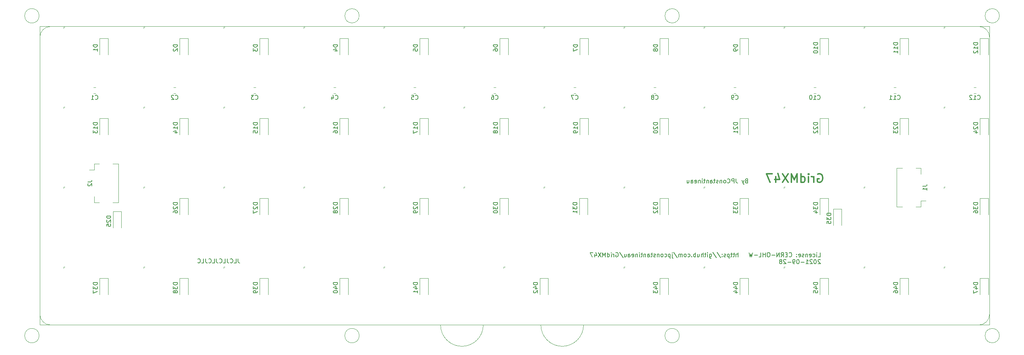
<source format=gbr>
%TF.GenerationSoftware,KiCad,Pcbnew,(5.1.10)-1*%
%TF.CreationDate,2021-09-28T22:39:20-06:00*%
%TF.ProjectId,MX47,4d583437-2e6b-4696-9361-645f70636258,rev?*%
%TF.SameCoordinates,Original*%
%TF.FileFunction,Legend,Bot*%
%TF.FilePolarity,Positive*%
%FSLAX46Y46*%
G04 Gerber Fmt 4.6, Leading zero omitted, Abs format (unit mm)*
G04 Created by KiCad (PCBNEW (5.1.10)-1) date 2021-09-28 22:39:20*
%MOMM*%
%LPD*%
G01*
G04 APERTURE LIST*
%ADD10C,0.150000*%
%ADD11C,0.300000*%
%ADD12C,0.120000*%
G04 APERTURE END LIST*
D10*
X100504047Y-108037380D02*
X100504047Y-108751666D01*
X100551666Y-108894523D01*
X100646904Y-108989761D01*
X100789761Y-109037380D01*
X100885000Y-109037380D01*
X99551666Y-109037380D02*
X100027857Y-109037380D01*
X100027857Y-108037380D01*
X98646904Y-108942142D02*
X98694523Y-108989761D01*
X98837380Y-109037380D01*
X98932619Y-109037380D01*
X99075476Y-108989761D01*
X99170714Y-108894523D01*
X99218333Y-108799285D01*
X99265952Y-108608809D01*
X99265952Y-108465952D01*
X99218333Y-108275476D01*
X99170714Y-108180238D01*
X99075476Y-108085000D01*
X98932619Y-108037380D01*
X98837380Y-108037380D01*
X98694523Y-108085000D01*
X98646904Y-108132619D01*
X97932619Y-108037380D02*
X97932619Y-108751666D01*
X97980238Y-108894523D01*
X98075476Y-108989761D01*
X98218333Y-109037380D01*
X98313571Y-109037380D01*
X96980238Y-109037380D02*
X97456428Y-109037380D01*
X97456428Y-108037380D01*
X96075476Y-108942142D02*
X96123095Y-108989761D01*
X96265952Y-109037380D01*
X96361190Y-109037380D01*
X96504047Y-108989761D01*
X96599285Y-108894523D01*
X96646904Y-108799285D01*
X96694523Y-108608809D01*
X96694523Y-108465952D01*
X96646904Y-108275476D01*
X96599285Y-108180238D01*
X96504047Y-108085000D01*
X96361190Y-108037380D01*
X96265952Y-108037380D01*
X96123095Y-108085000D01*
X96075476Y-108132619D01*
X95361190Y-108037380D02*
X95361190Y-108751666D01*
X95408809Y-108894523D01*
X95504047Y-108989761D01*
X95646904Y-109037380D01*
X95742142Y-109037380D01*
X94408809Y-109037380D02*
X94885000Y-109037380D01*
X94885000Y-108037380D01*
X93504047Y-108942142D02*
X93551666Y-108989761D01*
X93694523Y-109037380D01*
X93789761Y-109037380D01*
X93932619Y-108989761D01*
X94027857Y-108894523D01*
X94075476Y-108799285D01*
X94123095Y-108608809D01*
X94123095Y-108465952D01*
X94075476Y-108275476D01*
X94027857Y-108180238D01*
X93932619Y-108085000D01*
X93789761Y-108037380D01*
X93694523Y-108037380D01*
X93551666Y-108085000D01*
X93504047Y-108132619D01*
X92789761Y-108037380D02*
X92789761Y-108751666D01*
X92837380Y-108894523D01*
X92932619Y-108989761D01*
X93075476Y-109037380D01*
X93170714Y-109037380D01*
X91837380Y-109037380D02*
X92313571Y-109037380D01*
X92313571Y-108037380D01*
X90932619Y-108942142D02*
X90980238Y-108989761D01*
X91123095Y-109037380D01*
X91218333Y-109037380D01*
X91361190Y-108989761D01*
X91456428Y-108894523D01*
X91504047Y-108799285D01*
X91551666Y-108608809D01*
X91551666Y-108465952D01*
X91504047Y-108275476D01*
X91456428Y-108180238D01*
X91361190Y-108085000D01*
X91218333Y-108037380D01*
X91123095Y-108037380D01*
X90980238Y-108085000D01*
X90932619Y-108132619D01*
X238583214Y-107577380D02*
X239059404Y-107577380D01*
X239059404Y-106577380D01*
X238249880Y-107577380D02*
X238249880Y-106910714D01*
X238249880Y-106577380D02*
X238297500Y-106625000D01*
X238249880Y-106672619D01*
X238202261Y-106625000D01*
X238249880Y-106577380D01*
X238249880Y-106672619D01*
X237345119Y-107529761D02*
X237440357Y-107577380D01*
X237630833Y-107577380D01*
X237726071Y-107529761D01*
X237773690Y-107482142D01*
X237821309Y-107386904D01*
X237821309Y-107101190D01*
X237773690Y-107005952D01*
X237726071Y-106958333D01*
X237630833Y-106910714D01*
X237440357Y-106910714D01*
X237345119Y-106958333D01*
X236535595Y-107529761D02*
X236630833Y-107577380D01*
X236821309Y-107577380D01*
X236916547Y-107529761D01*
X236964166Y-107434523D01*
X236964166Y-107053571D01*
X236916547Y-106958333D01*
X236821309Y-106910714D01*
X236630833Y-106910714D01*
X236535595Y-106958333D01*
X236487976Y-107053571D01*
X236487976Y-107148809D01*
X236964166Y-107244047D01*
X236059404Y-106910714D02*
X236059404Y-107577380D01*
X236059404Y-107005952D02*
X236011785Y-106958333D01*
X235916547Y-106910714D01*
X235773690Y-106910714D01*
X235678452Y-106958333D01*
X235630833Y-107053571D01*
X235630833Y-107577380D01*
X235202261Y-107529761D02*
X235107023Y-107577380D01*
X234916547Y-107577380D01*
X234821309Y-107529761D01*
X234773690Y-107434523D01*
X234773690Y-107386904D01*
X234821309Y-107291666D01*
X234916547Y-107244047D01*
X235059404Y-107244047D01*
X235154642Y-107196428D01*
X235202261Y-107101190D01*
X235202261Y-107053571D01*
X235154642Y-106958333D01*
X235059404Y-106910714D01*
X234916547Y-106910714D01*
X234821309Y-106958333D01*
X233964166Y-107529761D02*
X234059404Y-107577380D01*
X234249880Y-107577380D01*
X234345119Y-107529761D01*
X234392738Y-107434523D01*
X234392738Y-107053571D01*
X234345119Y-106958333D01*
X234249880Y-106910714D01*
X234059404Y-106910714D01*
X233964166Y-106958333D01*
X233916547Y-107053571D01*
X233916547Y-107148809D01*
X234392738Y-107244047D01*
X233487976Y-107482142D02*
X233440357Y-107529761D01*
X233487976Y-107577380D01*
X233535595Y-107529761D01*
X233487976Y-107482142D01*
X233487976Y-107577380D01*
X233487976Y-106958333D02*
X233440357Y-107005952D01*
X233487976Y-107053571D01*
X233535595Y-107005952D01*
X233487976Y-106958333D01*
X233487976Y-107053571D01*
X231678452Y-107482142D02*
X231726071Y-107529761D01*
X231868928Y-107577380D01*
X231964166Y-107577380D01*
X232107023Y-107529761D01*
X232202261Y-107434523D01*
X232249880Y-107339285D01*
X232297500Y-107148809D01*
X232297500Y-107005952D01*
X232249880Y-106815476D01*
X232202261Y-106720238D01*
X232107023Y-106625000D01*
X231964166Y-106577380D01*
X231868928Y-106577380D01*
X231726071Y-106625000D01*
X231678452Y-106672619D01*
X231249880Y-107053571D02*
X230916547Y-107053571D01*
X230773690Y-107577380D02*
X231249880Y-107577380D01*
X231249880Y-106577380D01*
X230773690Y-106577380D01*
X229773690Y-107577380D02*
X230107023Y-107101190D01*
X230345119Y-107577380D02*
X230345119Y-106577380D01*
X229964166Y-106577380D01*
X229868928Y-106625000D01*
X229821309Y-106672619D01*
X229773690Y-106767857D01*
X229773690Y-106910714D01*
X229821309Y-107005952D01*
X229868928Y-107053571D01*
X229964166Y-107101190D01*
X230345119Y-107101190D01*
X229345119Y-107577380D02*
X229345119Y-106577380D01*
X228773690Y-107577380D01*
X228773690Y-106577380D01*
X228297500Y-107196428D02*
X227535595Y-107196428D01*
X226868928Y-106577380D02*
X226678452Y-106577380D01*
X226583214Y-106625000D01*
X226487976Y-106720238D01*
X226440357Y-106910714D01*
X226440357Y-107244047D01*
X226487976Y-107434523D01*
X226583214Y-107529761D01*
X226678452Y-107577380D01*
X226868928Y-107577380D01*
X226964166Y-107529761D01*
X227059404Y-107434523D01*
X227107023Y-107244047D01*
X227107023Y-106910714D01*
X227059404Y-106720238D01*
X226964166Y-106625000D01*
X226868928Y-106577380D01*
X226011785Y-107577380D02*
X226011785Y-106577380D01*
X226011785Y-107053571D02*
X225440357Y-107053571D01*
X225440357Y-107577380D02*
X225440357Y-106577380D01*
X224487976Y-107577380D02*
X224964166Y-107577380D01*
X224964166Y-106577380D01*
X224154642Y-107196428D02*
X223392738Y-107196428D01*
X223011785Y-106577380D02*
X222773690Y-107577380D01*
X222583214Y-106863095D01*
X222392738Y-107577380D01*
X222154642Y-106577380D01*
X219487976Y-107577380D02*
X219487976Y-106577380D01*
X219059404Y-107577380D02*
X219059404Y-107053571D01*
X219107023Y-106958333D01*
X219202261Y-106910714D01*
X219345119Y-106910714D01*
X219440357Y-106958333D01*
X219487976Y-107005952D01*
X218726071Y-106910714D02*
X218345119Y-106910714D01*
X218583214Y-106577380D02*
X218583214Y-107434523D01*
X218535595Y-107529761D01*
X218440357Y-107577380D01*
X218345119Y-107577380D01*
X218154642Y-106910714D02*
X217773690Y-106910714D01*
X218011785Y-106577380D02*
X218011785Y-107434523D01*
X217964166Y-107529761D01*
X217868928Y-107577380D01*
X217773690Y-107577380D01*
X217440357Y-106910714D02*
X217440357Y-107910714D01*
X217440357Y-106958333D02*
X217345119Y-106910714D01*
X217154642Y-106910714D01*
X217059404Y-106958333D01*
X217011785Y-107005952D01*
X216964166Y-107101190D01*
X216964166Y-107386904D01*
X217011785Y-107482142D01*
X217059404Y-107529761D01*
X217154642Y-107577380D01*
X217345119Y-107577380D01*
X217440357Y-107529761D01*
X216583214Y-107529761D02*
X216487976Y-107577380D01*
X216297500Y-107577380D01*
X216202261Y-107529761D01*
X216154642Y-107434523D01*
X216154642Y-107386904D01*
X216202261Y-107291666D01*
X216297500Y-107244047D01*
X216440357Y-107244047D01*
X216535595Y-107196428D01*
X216583214Y-107101190D01*
X216583214Y-107053571D01*
X216535595Y-106958333D01*
X216440357Y-106910714D01*
X216297500Y-106910714D01*
X216202261Y-106958333D01*
X215726071Y-107482142D02*
X215678452Y-107529761D01*
X215726071Y-107577380D01*
X215773690Y-107529761D01*
X215726071Y-107482142D01*
X215726071Y-107577380D01*
X215726071Y-106958333D02*
X215678452Y-107005952D01*
X215726071Y-107053571D01*
X215773690Y-107005952D01*
X215726071Y-106958333D01*
X215726071Y-107053571D01*
X214535595Y-106529761D02*
X215392738Y-107815476D01*
X213487976Y-106529761D02*
X214345119Y-107815476D01*
X212726071Y-106910714D02*
X212726071Y-107720238D01*
X212773690Y-107815476D01*
X212821309Y-107863095D01*
X212916547Y-107910714D01*
X213059404Y-107910714D01*
X213154642Y-107863095D01*
X212726071Y-107529761D02*
X212821309Y-107577380D01*
X213011785Y-107577380D01*
X213107023Y-107529761D01*
X213154642Y-107482142D01*
X213202261Y-107386904D01*
X213202261Y-107101190D01*
X213154642Y-107005952D01*
X213107023Y-106958333D01*
X213011785Y-106910714D01*
X212821309Y-106910714D01*
X212726071Y-106958333D01*
X212249880Y-107577380D02*
X212249880Y-106910714D01*
X212249880Y-106577380D02*
X212297500Y-106625000D01*
X212249880Y-106672619D01*
X212202261Y-106625000D01*
X212249880Y-106577380D01*
X212249880Y-106672619D01*
X211916547Y-106910714D02*
X211535595Y-106910714D01*
X211773690Y-106577380D02*
X211773690Y-107434523D01*
X211726071Y-107529761D01*
X211630833Y-107577380D01*
X211535595Y-107577380D01*
X211202261Y-107577380D02*
X211202261Y-106577380D01*
X210773690Y-107577380D02*
X210773690Y-107053571D01*
X210821309Y-106958333D01*
X210916547Y-106910714D01*
X211059404Y-106910714D01*
X211154642Y-106958333D01*
X211202261Y-107005952D01*
X209868928Y-106910714D02*
X209868928Y-107577380D01*
X210297500Y-106910714D02*
X210297500Y-107434523D01*
X210249880Y-107529761D01*
X210154642Y-107577380D01*
X210011785Y-107577380D01*
X209916547Y-107529761D01*
X209868928Y-107482142D01*
X209392738Y-107577380D02*
X209392738Y-106577380D01*
X209392738Y-106958333D02*
X209297500Y-106910714D01*
X209107023Y-106910714D01*
X209011785Y-106958333D01*
X208964166Y-107005952D01*
X208916547Y-107101190D01*
X208916547Y-107386904D01*
X208964166Y-107482142D01*
X209011785Y-107529761D01*
X209107023Y-107577380D01*
X209297500Y-107577380D01*
X209392738Y-107529761D01*
X208487976Y-107482142D02*
X208440357Y-107529761D01*
X208487976Y-107577380D01*
X208535595Y-107529761D01*
X208487976Y-107482142D01*
X208487976Y-107577380D01*
X207583214Y-107529761D02*
X207678452Y-107577380D01*
X207868928Y-107577380D01*
X207964166Y-107529761D01*
X208011785Y-107482142D01*
X208059404Y-107386904D01*
X208059404Y-107101190D01*
X208011785Y-107005952D01*
X207964166Y-106958333D01*
X207868928Y-106910714D01*
X207678452Y-106910714D01*
X207583214Y-106958333D01*
X207011785Y-107577380D02*
X207107023Y-107529761D01*
X207154642Y-107482142D01*
X207202261Y-107386904D01*
X207202261Y-107101190D01*
X207154642Y-107005952D01*
X207107023Y-106958333D01*
X207011785Y-106910714D01*
X206868928Y-106910714D01*
X206773690Y-106958333D01*
X206726071Y-107005952D01*
X206678452Y-107101190D01*
X206678452Y-107386904D01*
X206726071Y-107482142D01*
X206773690Y-107529761D01*
X206868928Y-107577380D01*
X207011785Y-107577380D01*
X206249880Y-107577380D02*
X206249880Y-106910714D01*
X206249880Y-107005952D02*
X206202261Y-106958333D01*
X206107023Y-106910714D01*
X205964166Y-106910714D01*
X205868928Y-106958333D01*
X205821309Y-107053571D01*
X205821309Y-107577380D01*
X205821309Y-107053571D02*
X205773690Y-106958333D01*
X205678452Y-106910714D01*
X205535595Y-106910714D01*
X205440357Y-106958333D01*
X205392738Y-107053571D01*
X205392738Y-107577380D01*
X204202261Y-106529761D02*
X205059404Y-107815476D01*
X203868928Y-106910714D02*
X203868928Y-107767857D01*
X203916547Y-107863095D01*
X204011785Y-107910714D01*
X204059404Y-107910714D01*
X203868928Y-106577380D02*
X203916547Y-106625000D01*
X203868928Y-106672619D01*
X203821309Y-106625000D01*
X203868928Y-106577380D01*
X203868928Y-106672619D01*
X203392738Y-106910714D02*
X203392738Y-107910714D01*
X203392738Y-106958333D02*
X203297500Y-106910714D01*
X203107023Y-106910714D01*
X203011785Y-106958333D01*
X202964166Y-107005952D01*
X202916547Y-107101190D01*
X202916547Y-107386904D01*
X202964166Y-107482142D01*
X203011785Y-107529761D01*
X203107023Y-107577380D01*
X203297500Y-107577380D01*
X203392738Y-107529761D01*
X202059404Y-107529761D02*
X202154642Y-107577380D01*
X202345119Y-107577380D01*
X202440357Y-107529761D01*
X202487976Y-107482142D01*
X202535595Y-107386904D01*
X202535595Y-107101190D01*
X202487976Y-107005952D01*
X202440357Y-106958333D01*
X202345119Y-106910714D01*
X202154642Y-106910714D01*
X202059404Y-106958333D01*
X201487976Y-107577380D02*
X201583214Y-107529761D01*
X201630833Y-107482142D01*
X201678452Y-107386904D01*
X201678452Y-107101190D01*
X201630833Y-107005952D01*
X201583214Y-106958333D01*
X201487976Y-106910714D01*
X201345119Y-106910714D01*
X201249880Y-106958333D01*
X201202261Y-107005952D01*
X201154642Y-107101190D01*
X201154642Y-107386904D01*
X201202261Y-107482142D01*
X201249880Y-107529761D01*
X201345119Y-107577380D01*
X201487976Y-107577380D01*
X200726071Y-106910714D02*
X200726071Y-107577380D01*
X200726071Y-107005952D02*
X200678452Y-106958333D01*
X200583214Y-106910714D01*
X200440357Y-106910714D01*
X200345119Y-106958333D01*
X200297500Y-107053571D01*
X200297500Y-107577380D01*
X199868928Y-107529761D02*
X199773690Y-107577380D01*
X199583214Y-107577380D01*
X199487976Y-107529761D01*
X199440357Y-107434523D01*
X199440357Y-107386904D01*
X199487976Y-107291666D01*
X199583214Y-107244047D01*
X199726071Y-107244047D01*
X199821309Y-107196428D01*
X199868928Y-107101190D01*
X199868928Y-107053571D01*
X199821309Y-106958333D01*
X199726071Y-106910714D01*
X199583214Y-106910714D01*
X199487976Y-106958333D01*
X199154642Y-106910714D02*
X198773690Y-106910714D01*
X199011785Y-106577380D02*
X199011785Y-107434523D01*
X198964166Y-107529761D01*
X198868928Y-107577380D01*
X198773690Y-107577380D01*
X198011785Y-107577380D02*
X198011785Y-107053571D01*
X198059404Y-106958333D01*
X198154642Y-106910714D01*
X198345119Y-106910714D01*
X198440357Y-106958333D01*
X198011785Y-107529761D02*
X198107023Y-107577380D01*
X198345119Y-107577380D01*
X198440357Y-107529761D01*
X198487976Y-107434523D01*
X198487976Y-107339285D01*
X198440357Y-107244047D01*
X198345119Y-107196428D01*
X198107023Y-107196428D01*
X198011785Y-107148809D01*
X197535595Y-106910714D02*
X197535595Y-107577380D01*
X197535595Y-107005952D02*
X197487976Y-106958333D01*
X197392738Y-106910714D01*
X197249880Y-106910714D01*
X197154642Y-106958333D01*
X197107023Y-107053571D01*
X197107023Y-107577380D01*
X196773690Y-106910714D02*
X196392738Y-106910714D01*
X196630833Y-106577380D02*
X196630833Y-107434523D01*
X196583214Y-107529761D01*
X196487976Y-107577380D01*
X196392738Y-107577380D01*
X196059404Y-107577380D02*
X196059404Y-106910714D01*
X196059404Y-106577380D02*
X196107023Y-106625000D01*
X196059404Y-106672619D01*
X196011785Y-106625000D01*
X196059404Y-106577380D01*
X196059404Y-106672619D01*
X195583214Y-106910714D02*
X195583214Y-107577380D01*
X195583214Y-107005952D02*
X195535595Y-106958333D01*
X195440357Y-106910714D01*
X195297500Y-106910714D01*
X195202261Y-106958333D01*
X195154642Y-107053571D01*
X195154642Y-107577380D01*
X194297500Y-107529761D02*
X194392738Y-107577380D01*
X194583214Y-107577380D01*
X194678452Y-107529761D01*
X194726071Y-107434523D01*
X194726071Y-107053571D01*
X194678452Y-106958333D01*
X194583214Y-106910714D01*
X194392738Y-106910714D01*
X194297500Y-106958333D01*
X194249880Y-107053571D01*
X194249880Y-107148809D01*
X194726071Y-107244047D01*
X193392738Y-107577380D02*
X193392738Y-107053571D01*
X193440357Y-106958333D01*
X193535595Y-106910714D01*
X193726071Y-106910714D01*
X193821309Y-106958333D01*
X193392738Y-107529761D02*
X193487976Y-107577380D01*
X193726071Y-107577380D01*
X193821309Y-107529761D01*
X193868928Y-107434523D01*
X193868928Y-107339285D01*
X193821309Y-107244047D01*
X193726071Y-107196428D01*
X193487976Y-107196428D01*
X193392738Y-107148809D01*
X192487976Y-106910714D02*
X192487976Y-107577380D01*
X192916547Y-106910714D02*
X192916547Y-107434523D01*
X192868928Y-107529761D01*
X192773690Y-107577380D01*
X192630833Y-107577380D01*
X192535595Y-107529761D01*
X192487976Y-107482142D01*
X191297500Y-106529761D02*
X192154642Y-107815476D01*
X190440357Y-106625000D02*
X190535595Y-106577380D01*
X190678452Y-106577380D01*
X190821309Y-106625000D01*
X190916547Y-106720238D01*
X190964166Y-106815476D01*
X191011785Y-107005952D01*
X191011785Y-107148809D01*
X190964166Y-107339285D01*
X190916547Y-107434523D01*
X190821309Y-107529761D01*
X190678452Y-107577380D01*
X190583214Y-107577380D01*
X190440357Y-107529761D01*
X190392738Y-107482142D01*
X190392738Y-107148809D01*
X190583214Y-107148809D01*
X189964166Y-107577380D02*
X189964166Y-106910714D01*
X189964166Y-107101190D02*
X189916547Y-107005952D01*
X189868928Y-106958333D01*
X189773690Y-106910714D01*
X189678452Y-106910714D01*
X189345119Y-107577380D02*
X189345119Y-106910714D01*
X189345119Y-106577380D02*
X189392738Y-106625000D01*
X189345119Y-106672619D01*
X189297500Y-106625000D01*
X189345119Y-106577380D01*
X189345119Y-106672619D01*
X188440357Y-107577380D02*
X188440357Y-106577380D01*
X188440357Y-107529761D02*
X188535595Y-107577380D01*
X188726071Y-107577380D01*
X188821309Y-107529761D01*
X188868928Y-107482142D01*
X188916547Y-107386904D01*
X188916547Y-107101190D01*
X188868928Y-107005952D01*
X188821309Y-106958333D01*
X188726071Y-106910714D01*
X188535595Y-106910714D01*
X188440357Y-106958333D01*
X187964166Y-107577380D02*
X187964166Y-106577380D01*
X187630833Y-107291666D01*
X187297500Y-106577380D01*
X187297500Y-107577380D01*
X186916547Y-106577380D02*
X186249880Y-107577380D01*
X186249880Y-106577380D02*
X186916547Y-107577380D01*
X185440357Y-106910714D02*
X185440357Y-107577380D01*
X185678452Y-106529761D02*
X185916547Y-107244047D01*
X185297500Y-107244047D01*
X185011785Y-106577380D02*
X184345119Y-106577380D01*
X184773690Y-107577380D01*
X239107023Y-108322619D02*
X239059404Y-108275000D01*
X238964166Y-108227380D01*
X238726071Y-108227380D01*
X238630833Y-108275000D01*
X238583214Y-108322619D01*
X238535595Y-108417857D01*
X238535595Y-108513095D01*
X238583214Y-108655952D01*
X239154642Y-109227380D01*
X238535595Y-109227380D01*
X237916547Y-108227380D02*
X237821309Y-108227380D01*
X237726071Y-108275000D01*
X237678452Y-108322619D01*
X237630833Y-108417857D01*
X237583214Y-108608333D01*
X237583214Y-108846428D01*
X237630833Y-109036904D01*
X237678452Y-109132142D01*
X237726071Y-109179761D01*
X237821309Y-109227380D01*
X237916547Y-109227380D01*
X238011785Y-109179761D01*
X238059404Y-109132142D01*
X238107023Y-109036904D01*
X238154642Y-108846428D01*
X238154642Y-108608333D01*
X238107023Y-108417857D01*
X238059404Y-108322619D01*
X238011785Y-108275000D01*
X237916547Y-108227380D01*
X237202261Y-108322619D02*
X237154642Y-108275000D01*
X237059404Y-108227380D01*
X236821309Y-108227380D01*
X236726071Y-108275000D01*
X236678452Y-108322619D01*
X236630833Y-108417857D01*
X236630833Y-108513095D01*
X236678452Y-108655952D01*
X237249880Y-109227380D01*
X236630833Y-109227380D01*
X235678452Y-109227380D02*
X236249880Y-109227380D01*
X235964166Y-109227380D02*
X235964166Y-108227380D01*
X236059404Y-108370238D01*
X236154642Y-108465476D01*
X236249880Y-108513095D01*
X235249880Y-108846428D02*
X234487976Y-108846428D01*
X233821309Y-108227380D02*
X233726071Y-108227380D01*
X233630833Y-108275000D01*
X233583214Y-108322619D01*
X233535595Y-108417857D01*
X233487976Y-108608333D01*
X233487976Y-108846428D01*
X233535595Y-109036904D01*
X233583214Y-109132142D01*
X233630833Y-109179761D01*
X233726071Y-109227380D01*
X233821309Y-109227380D01*
X233916547Y-109179761D01*
X233964166Y-109132142D01*
X234011785Y-109036904D01*
X234059404Y-108846428D01*
X234059404Y-108608333D01*
X234011785Y-108417857D01*
X233964166Y-108322619D01*
X233916547Y-108275000D01*
X233821309Y-108227380D01*
X233011785Y-109227380D02*
X232821309Y-109227380D01*
X232726071Y-109179761D01*
X232678452Y-109132142D01*
X232583214Y-108989285D01*
X232535595Y-108798809D01*
X232535595Y-108417857D01*
X232583214Y-108322619D01*
X232630833Y-108275000D01*
X232726071Y-108227380D01*
X232916547Y-108227380D01*
X233011785Y-108275000D01*
X233059404Y-108322619D01*
X233107023Y-108417857D01*
X233107023Y-108655952D01*
X233059404Y-108751190D01*
X233011785Y-108798809D01*
X232916547Y-108846428D01*
X232726071Y-108846428D01*
X232630833Y-108798809D01*
X232583214Y-108751190D01*
X232535595Y-108655952D01*
X232107023Y-108846428D02*
X231345119Y-108846428D01*
X230916547Y-108322619D02*
X230868928Y-108275000D01*
X230773690Y-108227380D01*
X230535595Y-108227380D01*
X230440357Y-108275000D01*
X230392738Y-108322619D01*
X230345119Y-108417857D01*
X230345119Y-108513095D01*
X230392738Y-108655952D01*
X230964166Y-109227380D01*
X230345119Y-109227380D01*
X229773690Y-108655952D02*
X229868928Y-108608333D01*
X229916547Y-108560714D01*
X229964166Y-108465476D01*
X229964166Y-108417857D01*
X229916547Y-108322619D01*
X229868928Y-108275000D01*
X229773690Y-108227380D01*
X229583214Y-108227380D01*
X229487976Y-108275000D01*
X229440357Y-108322619D01*
X229392738Y-108417857D01*
X229392738Y-108465476D01*
X229440357Y-108560714D01*
X229487976Y-108608333D01*
X229583214Y-108655952D01*
X229773690Y-108655952D01*
X229868928Y-108703571D01*
X229916547Y-108751190D01*
X229964166Y-108846428D01*
X229964166Y-109036904D01*
X229916547Y-109132142D01*
X229868928Y-109179761D01*
X229773690Y-109227380D01*
X229583214Y-109227380D01*
X229487976Y-109179761D01*
X229440357Y-109132142D01*
X229392738Y-109036904D01*
X229392738Y-108846428D01*
X229440357Y-108751190D01*
X229487976Y-108703571D01*
X229583214Y-108655952D01*
X221510952Y-89463571D02*
X221368095Y-89511190D01*
X221320476Y-89558809D01*
X221272857Y-89654047D01*
X221272857Y-89796904D01*
X221320476Y-89892142D01*
X221368095Y-89939761D01*
X221463333Y-89987380D01*
X221844285Y-89987380D01*
X221844285Y-88987380D01*
X221510952Y-88987380D01*
X221415714Y-89035000D01*
X221368095Y-89082619D01*
X221320476Y-89177857D01*
X221320476Y-89273095D01*
X221368095Y-89368333D01*
X221415714Y-89415952D01*
X221510952Y-89463571D01*
X221844285Y-89463571D01*
X220939523Y-89320714D02*
X220701428Y-89987380D01*
X220463333Y-89320714D02*
X220701428Y-89987380D01*
X220796666Y-90225476D01*
X220844285Y-90273095D01*
X220939523Y-90320714D01*
X219034761Y-88987380D02*
X219034761Y-89701666D01*
X219082380Y-89844523D01*
X219177619Y-89939761D01*
X219320476Y-89987380D01*
X219415714Y-89987380D01*
X218558571Y-89987380D02*
X218558571Y-88987380D01*
X218177619Y-88987380D01*
X218082380Y-89035000D01*
X218034761Y-89082619D01*
X217987142Y-89177857D01*
X217987142Y-89320714D01*
X218034761Y-89415952D01*
X218082380Y-89463571D01*
X218177619Y-89511190D01*
X218558571Y-89511190D01*
X216987142Y-89892142D02*
X217034761Y-89939761D01*
X217177619Y-89987380D01*
X217272857Y-89987380D01*
X217415714Y-89939761D01*
X217510952Y-89844523D01*
X217558571Y-89749285D01*
X217606190Y-89558809D01*
X217606190Y-89415952D01*
X217558571Y-89225476D01*
X217510952Y-89130238D01*
X217415714Y-89035000D01*
X217272857Y-88987380D01*
X217177619Y-88987380D01*
X217034761Y-89035000D01*
X216987142Y-89082619D01*
X216415714Y-89987380D02*
X216510952Y-89939761D01*
X216558571Y-89892142D01*
X216606190Y-89796904D01*
X216606190Y-89511190D01*
X216558571Y-89415952D01*
X216510952Y-89368333D01*
X216415714Y-89320714D01*
X216272857Y-89320714D01*
X216177619Y-89368333D01*
X216130000Y-89415952D01*
X216082380Y-89511190D01*
X216082380Y-89796904D01*
X216130000Y-89892142D01*
X216177619Y-89939761D01*
X216272857Y-89987380D01*
X216415714Y-89987380D01*
X215653809Y-89320714D02*
X215653809Y-89987380D01*
X215653809Y-89415952D02*
X215606190Y-89368333D01*
X215510952Y-89320714D01*
X215368095Y-89320714D01*
X215272857Y-89368333D01*
X215225238Y-89463571D01*
X215225238Y-89987380D01*
X214796666Y-89939761D02*
X214701428Y-89987380D01*
X214510952Y-89987380D01*
X214415714Y-89939761D01*
X214368095Y-89844523D01*
X214368095Y-89796904D01*
X214415714Y-89701666D01*
X214510952Y-89654047D01*
X214653809Y-89654047D01*
X214749047Y-89606428D01*
X214796666Y-89511190D01*
X214796666Y-89463571D01*
X214749047Y-89368333D01*
X214653809Y-89320714D01*
X214510952Y-89320714D01*
X214415714Y-89368333D01*
X214082380Y-89320714D02*
X213701428Y-89320714D01*
X213939523Y-88987380D02*
X213939523Y-89844523D01*
X213891904Y-89939761D01*
X213796666Y-89987380D01*
X213701428Y-89987380D01*
X212939523Y-89987380D02*
X212939523Y-89463571D01*
X212987142Y-89368333D01*
X213082380Y-89320714D01*
X213272857Y-89320714D01*
X213368095Y-89368333D01*
X212939523Y-89939761D02*
X213034761Y-89987380D01*
X213272857Y-89987380D01*
X213368095Y-89939761D01*
X213415714Y-89844523D01*
X213415714Y-89749285D01*
X213368095Y-89654047D01*
X213272857Y-89606428D01*
X213034761Y-89606428D01*
X212939523Y-89558809D01*
X212463333Y-89320714D02*
X212463333Y-89987380D01*
X212463333Y-89415952D02*
X212415714Y-89368333D01*
X212320476Y-89320714D01*
X212177619Y-89320714D01*
X212082380Y-89368333D01*
X212034761Y-89463571D01*
X212034761Y-89987380D01*
X211701428Y-89320714D02*
X211320476Y-89320714D01*
X211558571Y-88987380D02*
X211558571Y-89844523D01*
X211510952Y-89939761D01*
X211415714Y-89987380D01*
X211320476Y-89987380D01*
X210987142Y-89987380D02*
X210987142Y-89320714D01*
X210987142Y-88987380D02*
X211034761Y-89035000D01*
X210987142Y-89082619D01*
X210939523Y-89035000D01*
X210987142Y-88987380D01*
X210987142Y-89082619D01*
X210510952Y-89320714D02*
X210510952Y-89987380D01*
X210510952Y-89415952D02*
X210463333Y-89368333D01*
X210368095Y-89320714D01*
X210225238Y-89320714D01*
X210130000Y-89368333D01*
X210082380Y-89463571D01*
X210082380Y-89987380D01*
X209225238Y-89939761D02*
X209320476Y-89987380D01*
X209510952Y-89987380D01*
X209606190Y-89939761D01*
X209653809Y-89844523D01*
X209653809Y-89463571D01*
X209606190Y-89368333D01*
X209510952Y-89320714D01*
X209320476Y-89320714D01*
X209225238Y-89368333D01*
X209177619Y-89463571D01*
X209177619Y-89558809D01*
X209653809Y-89654047D01*
X208320476Y-89987380D02*
X208320476Y-89463571D01*
X208368095Y-89368333D01*
X208463333Y-89320714D01*
X208653809Y-89320714D01*
X208749047Y-89368333D01*
X208320476Y-89939761D02*
X208415714Y-89987380D01*
X208653809Y-89987380D01*
X208749047Y-89939761D01*
X208796666Y-89844523D01*
X208796666Y-89749285D01*
X208749047Y-89654047D01*
X208653809Y-89606428D01*
X208415714Y-89606428D01*
X208320476Y-89558809D01*
X207415714Y-89320714D02*
X207415714Y-89987380D01*
X207844285Y-89320714D02*
X207844285Y-89844523D01*
X207796666Y-89939761D01*
X207701428Y-89987380D01*
X207558571Y-89987380D01*
X207463333Y-89939761D01*
X207415714Y-89892142D01*
D11*
X238521190Y-87900000D02*
X238711666Y-87804761D01*
X238997380Y-87804761D01*
X239283095Y-87900000D01*
X239473571Y-88090476D01*
X239568809Y-88280952D01*
X239664047Y-88661904D01*
X239664047Y-88947619D01*
X239568809Y-89328571D01*
X239473571Y-89519047D01*
X239283095Y-89709523D01*
X238997380Y-89804761D01*
X238806904Y-89804761D01*
X238521190Y-89709523D01*
X238425952Y-89614285D01*
X238425952Y-88947619D01*
X238806904Y-88947619D01*
X237568809Y-89804761D02*
X237568809Y-88471428D01*
X237568809Y-88852380D02*
X237473571Y-88661904D01*
X237378333Y-88566666D01*
X237187857Y-88471428D01*
X236997380Y-88471428D01*
X236330714Y-89804761D02*
X236330714Y-88471428D01*
X236330714Y-87804761D02*
X236425952Y-87900000D01*
X236330714Y-87995238D01*
X236235476Y-87900000D01*
X236330714Y-87804761D01*
X236330714Y-87995238D01*
X234521190Y-89804761D02*
X234521190Y-87804761D01*
X234521190Y-89709523D02*
X234711666Y-89804761D01*
X235092619Y-89804761D01*
X235283095Y-89709523D01*
X235378333Y-89614285D01*
X235473571Y-89423809D01*
X235473571Y-88852380D01*
X235378333Y-88661904D01*
X235283095Y-88566666D01*
X235092619Y-88471428D01*
X234711666Y-88471428D01*
X234521190Y-88566666D01*
X233568809Y-89804761D02*
X233568809Y-87804761D01*
X232902142Y-89233333D01*
X232235476Y-87804761D01*
X232235476Y-89804761D01*
X231473571Y-87804761D02*
X230140238Y-89804761D01*
X230140238Y-87804761D02*
X231473571Y-89804761D01*
X228521190Y-88471428D02*
X228521190Y-89804761D01*
X228997380Y-87709523D02*
X229473571Y-89138095D01*
X228235476Y-89138095D01*
X227664047Y-87804761D02*
X226330714Y-87804761D01*
X227187857Y-89804761D01*
D12*
X182752999Y-123824999D02*
G75*
G02*
X172593001Y-123825000I-5079999J-1D01*
G01*
X158877000Y-123825000D02*
G75*
G02*
X148717000Y-123825000I-5080000J0D01*
G01*
X53162387Y-50165000D02*
G75*
G03*
X53162387Y-50165000I-1727387J0D01*
G01*
X53162387Y-126365000D02*
G75*
G03*
X53162387Y-126365000I-1727387J0D01*
G01*
X129362387Y-126365000D02*
G75*
G03*
X129362387Y-126365000I-1727387J0D01*
G01*
X205562387Y-126365000D02*
G75*
G03*
X205562387Y-126365000I-1727387J0D01*
G01*
X281743610Y-126365000D02*
G75*
G03*
X281743610Y-126365000I-1708610J0D01*
G01*
X281743610Y-50165000D02*
G75*
G03*
X281743610Y-50165000I-1708610J0D01*
G01*
X205543610Y-50165000D02*
G75*
G03*
X205543610Y-50165000I-1708610J0D01*
G01*
X129338884Y-50165000D02*
G75*
G03*
X129338884Y-50165000I-1703884J0D01*
G01*
X279400000Y-121285000D02*
G75*
G02*
X276860000Y-123825000I-2540000J0D01*
G01*
X55880000Y-123825000D02*
G75*
G02*
X53340000Y-121285000I0J2540000D01*
G01*
X53340000Y-55245000D02*
G75*
G02*
X55880000Y-52705000I2540000J0D01*
G01*
X276860000Y-52705000D02*
G75*
G02*
X279400000Y-55245000I0J-2540000D01*
G01*
X53340000Y-52705000D02*
X279400000Y-52705000D01*
X53340000Y-123825000D02*
X53340000Y-52705000D01*
X279400000Y-123825000D02*
X53340000Y-123825000D01*
X279400000Y-52705000D02*
X279400000Y-123825000D01*
%TO.C,U42*%
X163735000Y-109990000D02*
X163735000Y-110290000D01*
X164035000Y-109990000D02*
X163735000Y-109990000D01*
%TO.C,J2*%
X66264000Y-86883000D02*
X65064000Y-86883000D01*
X72064000Y-94693000D02*
X70664000Y-94693000D01*
X72064000Y-85393000D02*
X72064000Y-94693000D01*
X70664000Y-85393000D02*
X72064000Y-85393000D01*
X66264000Y-94693000D02*
X67464000Y-94693000D01*
X66264000Y-93203000D02*
X66264000Y-94693000D01*
X66264000Y-85393000D02*
X67464000Y-85393000D01*
X66264000Y-86883000D02*
X66264000Y-85393000D01*
%TO.C,J1*%
X263047000Y-94219000D02*
X264247000Y-94219000D01*
X257247000Y-86409000D02*
X258647000Y-86409000D01*
X257247000Y-95709000D02*
X257247000Y-86409000D01*
X258647000Y-95709000D02*
X257247000Y-95709000D01*
X263047000Y-86409000D02*
X261847000Y-86409000D01*
X263047000Y-87899000D02*
X263047000Y-86409000D01*
X263047000Y-95709000D02*
X261847000Y-95709000D01*
X263047000Y-94219000D02*
X263047000Y-95709000D01*
%TO.C,C12*%
X275643748Y-67210000D02*
X276166252Y-67210000D01*
X275643748Y-68680000D02*
X276166252Y-68680000D01*
%TO.C,C11*%
X256593748Y-67210000D02*
X257116252Y-67210000D01*
X256593748Y-68680000D02*
X257116252Y-68680000D01*
%TO.C,C10*%
X237543748Y-67210000D02*
X238066252Y-67210000D01*
X237543748Y-68680000D02*
X238066252Y-68680000D01*
%TO.C,C9*%
X218493748Y-67210000D02*
X219016252Y-67210000D01*
X218493748Y-68680000D02*
X219016252Y-68680000D01*
%TO.C,C8*%
X199448748Y-67210000D02*
X199971252Y-67210000D01*
X199448748Y-68680000D02*
X199971252Y-68680000D01*
%TO.C,C7*%
X180398748Y-67210000D02*
X180921252Y-67210000D01*
X180398748Y-68680000D02*
X180921252Y-68680000D01*
%TO.C,C6*%
X161348748Y-67210000D02*
X161871252Y-67210000D01*
X161348748Y-68680000D02*
X161871252Y-68680000D01*
%TO.C,C5*%
X142298748Y-67210000D02*
X142821252Y-67210000D01*
X142298748Y-68680000D02*
X142821252Y-68680000D01*
%TO.C,C4*%
X123248748Y-67210000D02*
X123771252Y-67210000D01*
X123248748Y-68680000D02*
X123771252Y-68680000D01*
%TO.C,C3*%
X104198748Y-67210000D02*
X104721252Y-67210000D01*
X104198748Y-68680000D02*
X104721252Y-68680000D01*
%TO.C,C2*%
X85148748Y-67210000D02*
X85671252Y-67210000D01*
X85148748Y-68680000D02*
X85671252Y-68680000D01*
%TO.C,C1*%
X66098748Y-67210000D02*
X66621252Y-67210000D01*
X66098748Y-68680000D02*
X66621252Y-68680000D01*
%TO.C,U47*%
X268510000Y-109990000D02*
X268510000Y-110290000D01*
X268810000Y-109990000D02*
X268510000Y-109990000D01*
%TO.C,U46*%
X249460000Y-109990000D02*
X249460000Y-110290000D01*
X249760000Y-109990000D02*
X249460000Y-109990000D01*
%TO.C,U45*%
X230410000Y-109990000D02*
X230410000Y-110290000D01*
X230710000Y-109990000D02*
X230410000Y-109990000D01*
%TO.C,U44*%
X211360000Y-109990000D02*
X211360000Y-110290000D01*
X211660000Y-109990000D02*
X211360000Y-109990000D01*
%TO.C,U43*%
X192310000Y-109990000D02*
X192310000Y-110290000D01*
X192610000Y-109990000D02*
X192310000Y-109990000D01*
%TO.C,U41*%
X135160000Y-109990000D02*
X135160000Y-110290000D01*
X135460000Y-109990000D02*
X135160000Y-109990000D01*
%TO.C,U40*%
X116110000Y-109990000D02*
X116110000Y-110290000D01*
X116410000Y-109990000D02*
X116110000Y-109990000D01*
%TO.C,U39*%
X97060000Y-109990000D02*
X97060000Y-110290000D01*
X97360000Y-109990000D02*
X97060000Y-109990000D01*
%TO.C,U38*%
X78010000Y-109990000D02*
X78010000Y-110290000D01*
X78310000Y-109990000D02*
X78010000Y-109990000D01*
%TO.C,U37*%
X58960000Y-109990000D02*
X58960000Y-110290000D01*
X59260000Y-109990000D02*
X58960000Y-109990000D01*
%TO.C,U36*%
X268510000Y-90940000D02*
X268510000Y-91240000D01*
X268810000Y-90940000D02*
X268510000Y-90940000D01*
%TO.C,U35*%
X249460000Y-90940000D02*
X249460000Y-91240000D01*
X249760000Y-90940000D02*
X249460000Y-90940000D01*
%TO.C,U34*%
X230410000Y-90940000D02*
X230410000Y-91240000D01*
X230710000Y-90940000D02*
X230410000Y-90940000D01*
%TO.C,U33*%
X211360000Y-90940000D02*
X211360000Y-91240000D01*
X211660000Y-90940000D02*
X211360000Y-90940000D01*
%TO.C,U32*%
X192310000Y-90940000D02*
X192310000Y-91240000D01*
X192610000Y-90940000D02*
X192310000Y-90940000D01*
%TO.C,U31*%
X173260000Y-90940000D02*
X173260000Y-91240000D01*
X173560000Y-90940000D02*
X173260000Y-90940000D01*
%TO.C,U30*%
X154210000Y-90940000D02*
X154210000Y-91240000D01*
X154510000Y-90940000D02*
X154210000Y-90940000D01*
%TO.C,U29*%
X135160000Y-90940000D02*
X135160000Y-91240000D01*
X135460000Y-90940000D02*
X135160000Y-90940000D01*
%TO.C,U28*%
X116110000Y-90940000D02*
X116110000Y-91240000D01*
X116410000Y-90940000D02*
X116110000Y-90940000D01*
%TO.C,U27*%
X97060000Y-90940000D02*
X97060000Y-91240000D01*
X97360000Y-90940000D02*
X97060000Y-90940000D01*
%TO.C,U26*%
X78010000Y-90940000D02*
X78010000Y-91240000D01*
X78310000Y-90940000D02*
X78010000Y-90940000D01*
%TO.C,U25*%
X58960000Y-90940000D02*
X58960000Y-91240000D01*
X59260000Y-90940000D02*
X58960000Y-90940000D01*
%TO.C,U24*%
X268510000Y-71890000D02*
X268510000Y-72190000D01*
X268810000Y-71890000D02*
X268510000Y-71890000D01*
%TO.C,U23*%
X249460000Y-71890000D02*
X249460000Y-72190000D01*
X249760000Y-71890000D02*
X249460000Y-71890000D01*
%TO.C,U22*%
X230410000Y-71890000D02*
X230410000Y-72190000D01*
X230710000Y-71890000D02*
X230410000Y-71890000D01*
%TO.C,U21*%
X211360000Y-71890000D02*
X211360000Y-72190000D01*
X211660000Y-71890000D02*
X211360000Y-71890000D01*
%TO.C,U20*%
X192310000Y-71890000D02*
X192310000Y-72190000D01*
X192610000Y-71890000D02*
X192310000Y-71890000D01*
%TO.C,U19*%
X173260000Y-71890000D02*
X173260000Y-72190000D01*
X173560000Y-71890000D02*
X173260000Y-71890000D01*
%TO.C,U18*%
X154210000Y-71890000D02*
X154210000Y-72190000D01*
X154510000Y-71890000D02*
X154210000Y-71890000D01*
%TO.C,U17*%
X135160000Y-71890000D02*
X135160000Y-72190000D01*
X135460000Y-71890000D02*
X135160000Y-71890000D01*
%TO.C,U16*%
X116110000Y-71890000D02*
X116110000Y-72190000D01*
X116410000Y-71890000D02*
X116110000Y-71890000D01*
%TO.C,U15*%
X97060000Y-71890000D02*
X97060000Y-72190000D01*
X97360000Y-71890000D02*
X97060000Y-71890000D01*
%TO.C,U14*%
X78010000Y-71890000D02*
X78010000Y-72190000D01*
X78310000Y-71890000D02*
X78010000Y-71890000D01*
%TO.C,U13*%
X58960000Y-71890000D02*
X58960000Y-72190000D01*
X59260000Y-71890000D02*
X58960000Y-71890000D01*
%TO.C,U12*%
X268510000Y-52840000D02*
X268510000Y-53140000D01*
X268810000Y-52840000D02*
X268510000Y-52840000D01*
%TO.C,U11*%
X249460000Y-52840000D02*
X249460000Y-53140000D01*
X249760000Y-52840000D02*
X249460000Y-52840000D01*
%TO.C,U10*%
X230410000Y-52840000D02*
X230410000Y-53140000D01*
X230710000Y-52840000D02*
X230410000Y-52840000D01*
%TO.C,U9*%
X211360000Y-52840000D02*
X211360000Y-53140000D01*
X211660000Y-52840000D02*
X211360000Y-52840000D01*
%TO.C,U8*%
X192310000Y-52840000D02*
X192310000Y-53140000D01*
X192610000Y-52840000D02*
X192310000Y-52840000D01*
%TO.C,U7*%
X173260000Y-52840000D02*
X173260000Y-53140000D01*
X173560000Y-52840000D02*
X173260000Y-52840000D01*
%TO.C,U6*%
X154210000Y-52840000D02*
X154210000Y-53140000D01*
X154510000Y-52840000D02*
X154210000Y-52840000D01*
%TO.C,U5*%
X135160000Y-52840000D02*
X135160000Y-53140000D01*
X135460000Y-52840000D02*
X135160000Y-52840000D01*
%TO.C,U4*%
X116110000Y-52840000D02*
X116110000Y-53140000D01*
X116410000Y-52840000D02*
X116110000Y-52840000D01*
%TO.C,U3*%
X97060000Y-52840000D02*
X97060000Y-53140000D01*
X97360000Y-52840000D02*
X97060000Y-52840000D01*
%TO.C,U2*%
X78010000Y-52840000D02*
X78010000Y-53140000D01*
X78310000Y-52840000D02*
X78010000Y-52840000D01*
%TO.C,U1*%
X58960000Y-52840000D02*
X58960000Y-53140000D01*
X59260000Y-52840000D02*
X58960000Y-52840000D01*
%TO.C,D1*%
X67580000Y-55535000D02*
X69580000Y-55535000D01*
X69580000Y-55535000D02*
X69580000Y-59435000D01*
X67580000Y-55535000D02*
X67580000Y-59435000D01*
%TO.C,D13*%
X67580000Y-74585000D02*
X69580000Y-74585000D01*
X69580000Y-74585000D02*
X69580000Y-78485000D01*
X67580000Y-74585000D02*
X67580000Y-78485000D01*
%TO.C,D25*%
X70755000Y-96810000D02*
X70755000Y-100710000D01*
X72755000Y-96810000D02*
X72755000Y-100710000D01*
X70755000Y-96810000D02*
X72755000Y-96810000D01*
%TO.C,D37*%
X67580000Y-112685000D02*
X67580000Y-116585000D01*
X69580000Y-112685000D02*
X69580000Y-116585000D01*
X67580000Y-112685000D02*
X69580000Y-112685000D01*
%TO.C,D2*%
X86630000Y-55535000D02*
X88630000Y-55535000D01*
X88630000Y-55535000D02*
X88630000Y-59435000D01*
X86630000Y-55535000D02*
X86630000Y-59435000D01*
%TO.C,D14*%
X86630000Y-74585000D02*
X86630000Y-78485000D01*
X88630000Y-74585000D02*
X88630000Y-78485000D01*
X86630000Y-74585000D02*
X88630000Y-74585000D01*
%TO.C,D26*%
X86630000Y-93635000D02*
X88630000Y-93635000D01*
X88630000Y-93635000D02*
X88630000Y-97535000D01*
X86630000Y-93635000D02*
X86630000Y-97535000D01*
%TO.C,D38*%
X86630000Y-112685000D02*
X88630000Y-112685000D01*
X88630000Y-112685000D02*
X88630000Y-116585000D01*
X86630000Y-112685000D02*
X86630000Y-116585000D01*
%TO.C,D3*%
X105680000Y-55535000D02*
X105680000Y-59435000D01*
X107680000Y-55535000D02*
X107680000Y-59435000D01*
X105680000Y-55535000D02*
X107680000Y-55535000D01*
%TO.C,D15*%
X105680000Y-74585000D02*
X105680000Y-78485000D01*
X107680000Y-74585000D02*
X107680000Y-78485000D01*
X105680000Y-74585000D02*
X107680000Y-74585000D01*
%TO.C,D27*%
X105680000Y-93635000D02*
X105680000Y-97535000D01*
X107680000Y-93635000D02*
X107680000Y-97535000D01*
X105680000Y-93635000D02*
X107680000Y-93635000D01*
%TO.C,D39*%
X105680000Y-112685000D02*
X105680000Y-116585000D01*
X107680000Y-112685000D02*
X107680000Y-116585000D01*
X105680000Y-112685000D02*
X107680000Y-112685000D01*
%TO.C,D4*%
X124730000Y-55535000D02*
X126730000Y-55535000D01*
X126730000Y-55535000D02*
X126730000Y-59435000D01*
X124730000Y-55535000D02*
X124730000Y-59435000D01*
%TO.C,D16*%
X124730000Y-74585000D02*
X124730000Y-78485000D01*
X126730000Y-74585000D02*
X126730000Y-78485000D01*
X124730000Y-74585000D02*
X126730000Y-74585000D01*
%TO.C,D28*%
X124730000Y-93635000D02*
X126730000Y-93635000D01*
X126730000Y-93635000D02*
X126730000Y-97535000D01*
X124730000Y-93635000D02*
X124730000Y-97535000D01*
%TO.C,D40*%
X124730000Y-112685000D02*
X126730000Y-112685000D01*
X126730000Y-112685000D02*
X126730000Y-116585000D01*
X124730000Y-112685000D02*
X124730000Y-116585000D01*
%TO.C,D5*%
X143780000Y-55535000D02*
X145780000Y-55535000D01*
X145780000Y-55535000D02*
X145780000Y-59435000D01*
X143780000Y-55535000D02*
X143780000Y-59435000D01*
%TO.C,D17*%
X143780000Y-74585000D02*
X143780000Y-78485000D01*
X145780000Y-74585000D02*
X145780000Y-78485000D01*
X143780000Y-74585000D02*
X145780000Y-74585000D01*
%TO.C,D29*%
X143780000Y-93635000D02*
X143780000Y-97535000D01*
X145780000Y-93635000D02*
X145780000Y-97535000D01*
X143780000Y-93635000D02*
X145780000Y-93635000D01*
%TO.C,D41*%
X143780000Y-112685000D02*
X143780000Y-116585000D01*
X145780000Y-112685000D02*
X145780000Y-116585000D01*
X143780000Y-112685000D02*
X145780000Y-112685000D01*
%TO.C,D6*%
X162830000Y-55535000D02*
X164830000Y-55535000D01*
X164830000Y-55535000D02*
X164830000Y-59435000D01*
X162830000Y-55535000D02*
X162830000Y-59435000D01*
%TO.C,D18*%
X162830000Y-74585000D02*
X164830000Y-74585000D01*
X164830000Y-74585000D02*
X164830000Y-78485000D01*
X162830000Y-74585000D02*
X162830000Y-78485000D01*
%TO.C,D30*%
X162830000Y-93635000D02*
X164830000Y-93635000D01*
X164830000Y-93635000D02*
X164830000Y-97535000D01*
X162830000Y-93635000D02*
X162830000Y-97535000D01*
%TO.C,D42*%
X172355000Y-112685000D02*
X174355000Y-112685000D01*
X174355000Y-112685000D02*
X174355000Y-116585000D01*
X172355000Y-112685000D02*
X172355000Y-116585000D01*
%TO.C,D7*%
X181880000Y-55535000D02*
X183880000Y-55535000D01*
X183880000Y-55535000D02*
X183880000Y-59435000D01*
X181880000Y-55535000D02*
X181880000Y-59435000D01*
%TO.C,D19*%
X181880000Y-74585000D02*
X181880000Y-78485000D01*
X183880000Y-74585000D02*
X183880000Y-78485000D01*
X181880000Y-74585000D02*
X183880000Y-74585000D01*
%TO.C,D31*%
X181753000Y-93635000D02*
X181753000Y-97535000D01*
X183753000Y-93635000D02*
X183753000Y-97535000D01*
X181753000Y-93635000D02*
X183753000Y-93635000D01*
%TO.C,D8*%
X200930000Y-55535000D02*
X202930000Y-55535000D01*
X202930000Y-55535000D02*
X202930000Y-59435000D01*
X200930000Y-55535000D02*
X200930000Y-59435000D01*
%TO.C,D20*%
X200930000Y-74585000D02*
X202930000Y-74585000D01*
X202930000Y-74585000D02*
X202930000Y-78485000D01*
X200930000Y-74585000D02*
X200930000Y-78485000D01*
%TO.C,D32*%
X200930000Y-93635000D02*
X202930000Y-93635000D01*
X202930000Y-93635000D02*
X202930000Y-97535000D01*
X200930000Y-93635000D02*
X200930000Y-97535000D01*
%TO.C,D43*%
X200930000Y-112685000D02*
X200930000Y-116585000D01*
X202930000Y-112685000D02*
X202930000Y-116585000D01*
X200930000Y-112685000D02*
X202930000Y-112685000D01*
%TO.C,D9*%
X219980000Y-55535000D02*
X219980000Y-59435000D01*
X221980000Y-55535000D02*
X221980000Y-59435000D01*
X219980000Y-55535000D02*
X221980000Y-55535000D01*
%TO.C,D21*%
X219980000Y-74585000D02*
X219980000Y-78485000D01*
X221980000Y-74585000D02*
X221980000Y-78485000D01*
X219980000Y-74585000D02*
X221980000Y-74585000D01*
%TO.C,D33*%
X219980000Y-93635000D02*
X219980000Y-97535000D01*
X221980000Y-93635000D02*
X221980000Y-97535000D01*
X219980000Y-93635000D02*
X221980000Y-93635000D01*
%TO.C,D44*%
X219980000Y-112685000D02*
X221980000Y-112685000D01*
X221980000Y-112685000D02*
X221980000Y-116585000D01*
X219980000Y-112685000D02*
X219980000Y-116585000D01*
%TO.C,D10*%
X239030000Y-55535000D02*
X239030000Y-59435000D01*
X241030000Y-55535000D02*
X241030000Y-59435000D01*
X239030000Y-55535000D02*
X241030000Y-55535000D01*
%TO.C,D22*%
X239030000Y-74585000D02*
X241030000Y-74585000D01*
X241030000Y-74585000D02*
X241030000Y-78485000D01*
X239030000Y-74585000D02*
X239030000Y-78485000D01*
%TO.C,D34*%
X239030000Y-93635000D02*
X241030000Y-93635000D01*
X241030000Y-93635000D02*
X241030000Y-97535000D01*
X239030000Y-93635000D02*
X239030000Y-97535000D01*
%TO.C,D45*%
X239030000Y-112685000D02*
X239030000Y-116585000D01*
X241030000Y-112685000D02*
X241030000Y-116585000D01*
X239030000Y-112685000D02*
X241030000Y-112685000D01*
%TO.C,D11*%
X258080000Y-55535000D02*
X258080000Y-59435000D01*
X260080000Y-55535000D02*
X260080000Y-59435000D01*
X258080000Y-55535000D02*
X260080000Y-55535000D01*
%TO.C,D23*%
X258080000Y-74585000D02*
X258080000Y-78485000D01*
X260080000Y-74585000D02*
X260080000Y-78485000D01*
X258080000Y-74585000D02*
X260080000Y-74585000D01*
%TO.C,D35*%
X242205000Y-96175000D02*
X242205000Y-100075000D01*
X244205000Y-96175000D02*
X244205000Y-100075000D01*
X242205000Y-96175000D02*
X244205000Y-96175000D01*
%TO.C,D46*%
X258080000Y-112685000D02*
X260080000Y-112685000D01*
X260080000Y-112685000D02*
X260080000Y-116585000D01*
X258080000Y-112685000D02*
X258080000Y-116585000D01*
%TO.C,D12*%
X277130000Y-55535000D02*
X279130000Y-55535000D01*
X279130000Y-55535000D02*
X279130000Y-59435000D01*
X277130000Y-55535000D02*
X277130000Y-59435000D01*
%TO.C,D24*%
X277130000Y-74585000D02*
X279130000Y-74585000D01*
X279130000Y-74585000D02*
X279130000Y-78485000D01*
X277130000Y-74585000D02*
X277130000Y-78485000D01*
%TO.C,D36*%
X277130000Y-93635000D02*
X279130000Y-93635000D01*
X279130000Y-93635000D02*
X279130000Y-97535000D01*
X277130000Y-93635000D02*
X277130000Y-97535000D01*
%TO.C,D47*%
X277130000Y-112685000D02*
X277130000Y-116585000D01*
X279130000Y-112685000D02*
X279130000Y-116585000D01*
X277130000Y-112685000D02*
X279130000Y-112685000D01*
%TO.C,J2*%
D10*
X64716380Y-89709666D02*
X65430666Y-89709666D01*
X65573523Y-89662047D01*
X65668761Y-89566809D01*
X65716380Y-89423952D01*
X65716380Y-89328714D01*
X64811619Y-90138238D02*
X64764000Y-90185857D01*
X64716380Y-90281095D01*
X64716380Y-90519190D01*
X64764000Y-90614428D01*
X64811619Y-90662047D01*
X64906857Y-90709666D01*
X65002095Y-90709666D01*
X65144952Y-90662047D01*
X65716380Y-90090619D01*
X65716380Y-90709666D01*
%TO.C,J1*%
X263499380Y-90725666D02*
X264213666Y-90725666D01*
X264356523Y-90678047D01*
X264451761Y-90582809D01*
X264499380Y-90439952D01*
X264499380Y-90344714D01*
X264499380Y-91725666D02*
X264499380Y-91154238D01*
X264499380Y-91439952D02*
X263499380Y-91439952D01*
X263642238Y-91344714D01*
X263737476Y-91249476D01*
X263785095Y-91154238D01*
%TO.C,C12*%
X276547857Y-69982142D02*
X276595476Y-70029761D01*
X276738333Y-70077380D01*
X276833571Y-70077380D01*
X276976428Y-70029761D01*
X277071666Y-69934523D01*
X277119285Y-69839285D01*
X277166904Y-69648809D01*
X277166904Y-69505952D01*
X277119285Y-69315476D01*
X277071666Y-69220238D01*
X276976428Y-69125000D01*
X276833571Y-69077380D01*
X276738333Y-69077380D01*
X276595476Y-69125000D01*
X276547857Y-69172619D01*
X275595476Y-70077380D02*
X276166904Y-70077380D01*
X275881190Y-70077380D02*
X275881190Y-69077380D01*
X275976428Y-69220238D01*
X276071666Y-69315476D01*
X276166904Y-69363095D01*
X275214523Y-69172619D02*
X275166904Y-69125000D01*
X275071666Y-69077380D01*
X274833571Y-69077380D01*
X274738333Y-69125000D01*
X274690714Y-69172619D01*
X274643095Y-69267857D01*
X274643095Y-69363095D01*
X274690714Y-69505952D01*
X275262142Y-70077380D01*
X274643095Y-70077380D01*
%TO.C,C11*%
X257497857Y-69982142D02*
X257545476Y-70029761D01*
X257688333Y-70077380D01*
X257783571Y-70077380D01*
X257926428Y-70029761D01*
X258021666Y-69934523D01*
X258069285Y-69839285D01*
X258116904Y-69648809D01*
X258116904Y-69505952D01*
X258069285Y-69315476D01*
X258021666Y-69220238D01*
X257926428Y-69125000D01*
X257783571Y-69077380D01*
X257688333Y-69077380D01*
X257545476Y-69125000D01*
X257497857Y-69172619D01*
X256545476Y-70077380D02*
X257116904Y-70077380D01*
X256831190Y-70077380D02*
X256831190Y-69077380D01*
X256926428Y-69220238D01*
X257021666Y-69315476D01*
X257116904Y-69363095D01*
X255593095Y-70077380D02*
X256164523Y-70077380D01*
X255878809Y-70077380D02*
X255878809Y-69077380D01*
X255974047Y-69220238D01*
X256069285Y-69315476D01*
X256164523Y-69363095D01*
%TO.C,C10*%
X238447857Y-69982142D02*
X238495476Y-70029761D01*
X238638333Y-70077380D01*
X238733571Y-70077380D01*
X238876428Y-70029761D01*
X238971666Y-69934523D01*
X239019285Y-69839285D01*
X239066904Y-69648809D01*
X239066904Y-69505952D01*
X239019285Y-69315476D01*
X238971666Y-69220238D01*
X238876428Y-69125000D01*
X238733571Y-69077380D01*
X238638333Y-69077380D01*
X238495476Y-69125000D01*
X238447857Y-69172619D01*
X237495476Y-70077380D02*
X238066904Y-70077380D01*
X237781190Y-70077380D02*
X237781190Y-69077380D01*
X237876428Y-69220238D01*
X237971666Y-69315476D01*
X238066904Y-69363095D01*
X236876428Y-69077380D02*
X236781190Y-69077380D01*
X236685952Y-69125000D01*
X236638333Y-69172619D01*
X236590714Y-69267857D01*
X236543095Y-69458333D01*
X236543095Y-69696428D01*
X236590714Y-69886904D01*
X236638333Y-69982142D01*
X236685952Y-70029761D01*
X236781190Y-70077380D01*
X236876428Y-70077380D01*
X236971666Y-70029761D01*
X237019285Y-69982142D01*
X237066904Y-69886904D01*
X237114523Y-69696428D01*
X237114523Y-69458333D01*
X237066904Y-69267857D01*
X237019285Y-69172619D01*
X236971666Y-69125000D01*
X236876428Y-69077380D01*
%TO.C,C9*%
X218921666Y-69982142D02*
X218969285Y-70029761D01*
X219112142Y-70077380D01*
X219207380Y-70077380D01*
X219350238Y-70029761D01*
X219445476Y-69934523D01*
X219493095Y-69839285D01*
X219540714Y-69648809D01*
X219540714Y-69505952D01*
X219493095Y-69315476D01*
X219445476Y-69220238D01*
X219350238Y-69125000D01*
X219207380Y-69077380D01*
X219112142Y-69077380D01*
X218969285Y-69125000D01*
X218921666Y-69172619D01*
X218445476Y-70077380D02*
X218255000Y-70077380D01*
X218159761Y-70029761D01*
X218112142Y-69982142D01*
X218016904Y-69839285D01*
X217969285Y-69648809D01*
X217969285Y-69267857D01*
X218016904Y-69172619D01*
X218064523Y-69125000D01*
X218159761Y-69077380D01*
X218350238Y-69077380D01*
X218445476Y-69125000D01*
X218493095Y-69172619D01*
X218540714Y-69267857D01*
X218540714Y-69505952D01*
X218493095Y-69601190D01*
X218445476Y-69648809D01*
X218350238Y-69696428D01*
X218159761Y-69696428D01*
X218064523Y-69648809D01*
X218016904Y-69601190D01*
X217969285Y-69505952D01*
%TO.C,C8*%
X199876666Y-69982142D02*
X199924285Y-70029761D01*
X200067142Y-70077380D01*
X200162380Y-70077380D01*
X200305238Y-70029761D01*
X200400476Y-69934523D01*
X200448095Y-69839285D01*
X200495714Y-69648809D01*
X200495714Y-69505952D01*
X200448095Y-69315476D01*
X200400476Y-69220238D01*
X200305238Y-69125000D01*
X200162380Y-69077380D01*
X200067142Y-69077380D01*
X199924285Y-69125000D01*
X199876666Y-69172619D01*
X199305238Y-69505952D02*
X199400476Y-69458333D01*
X199448095Y-69410714D01*
X199495714Y-69315476D01*
X199495714Y-69267857D01*
X199448095Y-69172619D01*
X199400476Y-69125000D01*
X199305238Y-69077380D01*
X199114761Y-69077380D01*
X199019523Y-69125000D01*
X198971904Y-69172619D01*
X198924285Y-69267857D01*
X198924285Y-69315476D01*
X198971904Y-69410714D01*
X199019523Y-69458333D01*
X199114761Y-69505952D01*
X199305238Y-69505952D01*
X199400476Y-69553571D01*
X199448095Y-69601190D01*
X199495714Y-69696428D01*
X199495714Y-69886904D01*
X199448095Y-69982142D01*
X199400476Y-70029761D01*
X199305238Y-70077380D01*
X199114761Y-70077380D01*
X199019523Y-70029761D01*
X198971904Y-69982142D01*
X198924285Y-69886904D01*
X198924285Y-69696428D01*
X198971904Y-69601190D01*
X199019523Y-69553571D01*
X199114761Y-69505952D01*
%TO.C,C7*%
X180826666Y-69982142D02*
X180874285Y-70029761D01*
X181017142Y-70077380D01*
X181112380Y-70077380D01*
X181255238Y-70029761D01*
X181350476Y-69934523D01*
X181398095Y-69839285D01*
X181445714Y-69648809D01*
X181445714Y-69505952D01*
X181398095Y-69315476D01*
X181350476Y-69220238D01*
X181255238Y-69125000D01*
X181112380Y-69077380D01*
X181017142Y-69077380D01*
X180874285Y-69125000D01*
X180826666Y-69172619D01*
X180493333Y-69077380D02*
X179826666Y-69077380D01*
X180255238Y-70077380D01*
%TO.C,C6*%
X161776666Y-69982142D02*
X161824285Y-70029761D01*
X161967142Y-70077380D01*
X162062380Y-70077380D01*
X162205238Y-70029761D01*
X162300476Y-69934523D01*
X162348095Y-69839285D01*
X162395714Y-69648809D01*
X162395714Y-69505952D01*
X162348095Y-69315476D01*
X162300476Y-69220238D01*
X162205238Y-69125000D01*
X162062380Y-69077380D01*
X161967142Y-69077380D01*
X161824285Y-69125000D01*
X161776666Y-69172619D01*
X160919523Y-69077380D02*
X161110000Y-69077380D01*
X161205238Y-69125000D01*
X161252857Y-69172619D01*
X161348095Y-69315476D01*
X161395714Y-69505952D01*
X161395714Y-69886904D01*
X161348095Y-69982142D01*
X161300476Y-70029761D01*
X161205238Y-70077380D01*
X161014761Y-70077380D01*
X160919523Y-70029761D01*
X160871904Y-69982142D01*
X160824285Y-69886904D01*
X160824285Y-69648809D01*
X160871904Y-69553571D01*
X160919523Y-69505952D01*
X161014761Y-69458333D01*
X161205238Y-69458333D01*
X161300476Y-69505952D01*
X161348095Y-69553571D01*
X161395714Y-69648809D01*
%TO.C,C5*%
X142726666Y-69982142D02*
X142774285Y-70029761D01*
X142917142Y-70077380D01*
X143012380Y-70077380D01*
X143155238Y-70029761D01*
X143250476Y-69934523D01*
X143298095Y-69839285D01*
X143345714Y-69648809D01*
X143345714Y-69505952D01*
X143298095Y-69315476D01*
X143250476Y-69220238D01*
X143155238Y-69125000D01*
X143012380Y-69077380D01*
X142917142Y-69077380D01*
X142774285Y-69125000D01*
X142726666Y-69172619D01*
X141821904Y-69077380D02*
X142298095Y-69077380D01*
X142345714Y-69553571D01*
X142298095Y-69505952D01*
X142202857Y-69458333D01*
X141964761Y-69458333D01*
X141869523Y-69505952D01*
X141821904Y-69553571D01*
X141774285Y-69648809D01*
X141774285Y-69886904D01*
X141821904Y-69982142D01*
X141869523Y-70029761D01*
X141964761Y-70077380D01*
X142202857Y-70077380D01*
X142298095Y-70029761D01*
X142345714Y-69982142D01*
%TO.C,C4*%
X123676666Y-69982142D02*
X123724285Y-70029761D01*
X123867142Y-70077380D01*
X123962380Y-70077380D01*
X124105238Y-70029761D01*
X124200476Y-69934523D01*
X124248095Y-69839285D01*
X124295714Y-69648809D01*
X124295714Y-69505952D01*
X124248095Y-69315476D01*
X124200476Y-69220238D01*
X124105238Y-69125000D01*
X123962380Y-69077380D01*
X123867142Y-69077380D01*
X123724285Y-69125000D01*
X123676666Y-69172619D01*
X122819523Y-69410714D02*
X122819523Y-70077380D01*
X123057619Y-69029761D02*
X123295714Y-69744047D01*
X122676666Y-69744047D01*
%TO.C,C3*%
X104626666Y-69982142D02*
X104674285Y-70029761D01*
X104817142Y-70077380D01*
X104912380Y-70077380D01*
X105055238Y-70029761D01*
X105150476Y-69934523D01*
X105198095Y-69839285D01*
X105245714Y-69648809D01*
X105245714Y-69505952D01*
X105198095Y-69315476D01*
X105150476Y-69220238D01*
X105055238Y-69125000D01*
X104912380Y-69077380D01*
X104817142Y-69077380D01*
X104674285Y-69125000D01*
X104626666Y-69172619D01*
X104293333Y-69077380D02*
X103674285Y-69077380D01*
X104007619Y-69458333D01*
X103864761Y-69458333D01*
X103769523Y-69505952D01*
X103721904Y-69553571D01*
X103674285Y-69648809D01*
X103674285Y-69886904D01*
X103721904Y-69982142D01*
X103769523Y-70029761D01*
X103864761Y-70077380D01*
X104150476Y-70077380D01*
X104245714Y-70029761D01*
X104293333Y-69982142D01*
%TO.C,C2*%
X85576666Y-69982142D02*
X85624285Y-70029761D01*
X85767142Y-70077380D01*
X85862380Y-70077380D01*
X86005238Y-70029761D01*
X86100476Y-69934523D01*
X86148095Y-69839285D01*
X86195714Y-69648809D01*
X86195714Y-69505952D01*
X86148095Y-69315476D01*
X86100476Y-69220238D01*
X86005238Y-69125000D01*
X85862380Y-69077380D01*
X85767142Y-69077380D01*
X85624285Y-69125000D01*
X85576666Y-69172619D01*
X85195714Y-69172619D02*
X85148095Y-69125000D01*
X85052857Y-69077380D01*
X84814761Y-69077380D01*
X84719523Y-69125000D01*
X84671904Y-69172619D01*
X84624285Y-69267857D01*
X84624285Y-69363095D01*
X84671904Y-69505952D01*
X85243333Y-70077380D01*
X84624285Y-70077380D01*
%TO.C,C1*%
X66526666Y-69982142D02*
X66574285Y-70029761D01*
X66717142Y-70077380D01*
X66812380Y-70077380D01*
X66955238Y-70029761D01*
X67050476Y-69934523D01*
X67098095Y-69839285D01*
X67145714Y-69648809D01*
X67145714Y-69505952D01*
X67098095Y-69315476D01*
X67050476Y-69220238D01*
X66955238Y-69125000D01*
X66812380Y-69077380D01*
X66717142Y-69077380D01*
X66574285Y-69125000D01*
X66526666Y-69172619D01*
X65574285Y-70077380D02*
X66145714Y-70077380D01*
X65860000Y-70077380D02*
X65860000Y-69077380D01*
X65955238Y-69220238D01*
X66050476Y-69315476D01*
X66145714Y-69363095D01*
%TO.C,D1*%
X67032380Y-57046904D02*
X66032380Y-57046904D01*
X66032380Y-57285000D01*
X66080000Y-57427857D01*
X66175238Y-57523095D01*
X66270476Y-57570714D01*
X66460952Y-57618333D01*
X66603809Y-57618333D01*
X66794285Y-57570714D01*
X66889523Y-57523095D01*
X66984761Y-57427857D01*
X67032380Y-57285000D01*
X67032380Y-57046904D01*
X67032380Y-58570714D02*
X67032380Y-57999285D01*
X67032380Y-58285000D02*
X66032380Y-58285000D01*
X66175238Y-58189761D01*
X66270476Y-58094523D01*
X66318095Y-57999285D01*
%TO.C,D13*%
X67032380Y-75620714D02*
X66032380Y-75620714D01*
X66032380Y-75858809D01*
X66080000Y-76001666D01*
X66175238Y-76096904D01*
X66270476Y-76144523D01*
X66460952Y-76192142D01*
X66603809Y-76192142D01*
X66794285Y-76144523D01*
X66889523Y-76096904D01*
X66984761Y-76001666D01*
X67032380Y-75858809D01*
X67032380Y-75620714D01*
X67032380Y-77144523D02*
X67032380Y-76573095D01*
X67032380Y-76858809D02*
X66032380Y-76858809D01*
X66175238Y-76763571D01*
X66270476Y-76668333D01*
X66318095Y-76573095D01*
X66032380Y-77477857D02*
X66032380Y-78096904D01*
X66413333Y-77763571D01*
X66413333Y-77906428D01*
X66460952Y-78001666D01*
X66508571Y-78049285D01*
X66603809Y-78096904D01*
X66841904Y-78096904D01*
X66937142Y-78049285D01*
X66984761Y-78001666D01*
X67032380Y-77906428D01*
X67032380Y-77620714D01*
X66984761Y-77525476D01*
X66937142Y-77477857D01*
%TO.C,D25*%
X70207380Y-97845714D02*
X69207380Y-97845714D01*
X69207380Y-98083809D01*
X69255000Y-98226666D01*
X69350238Y-98321904D01*
X69445476Y-98369523D01*
X69635952Y-98417142D01*
X69778809Y-98417142D01*
X69969285Y-98369523D01*
X70064523Y-98321904D01*
X70159761Y-98226666D01*
X70207380Y-98083809D01*
X70207380Y-97845714D01*
X69302619Y-98798095D02*
X69255000Y-98845714D01*
X69207380Y-98940952D01*
X69207380Y-99179047D01*
X69255000Y-99274285D01*
X69302619Y-99321904D01*
X69397857Y-99369523D01*
X69493095Y-99369523D01*
X69635952Y-99321904D01*
X70207380Y-98750476D01*
X70207380Y-99369523D01*
X69207380Y-100274285D02*
X69207380Y-99798095D01*
X69683571Y-99750476D01*
X69635952Y-99798095D01*
X69588333Y-99893333D01*
X69588333Y-100131428D01*
X69635952Y-100226666D01*
X69683571Y-100274285D01*
X69778809Y-100321904D01*
X70016904Y-100321904D01*
X70112142Y-100274285D01*
X70159761Y-100226666D01*
X70207380Y-100131428D01*
X70207380Y-99893333D01*
X70159761Y-99798095D01*
X70112142Y-99750476D01*
%TO.C,D37*%
X67032380Y-113720714D02*
X66032380Y-113720714D01*
X66032380Y-113958809D01*
X66080000Y-114101666D01*
X66175238Y-114196904D01*
X66270476Y-114244523D01*
X66460952Y-114292142D01*
X66603809Y-114292142D01*
X66794285Y-114244523D01*
X66889523Y-114196904D01*
X66984761Y-114101666D01*
X67032380Y-113958809D01*
X67032380Y-113720714D01*
X66032380Y-114625476D02*
X66032380Y-115244523D01*
X66413333Y-114911190D01*
X66413333Y-115054047D01*
X66460952Y-115149285D01*
X66508571Y-115196904D01*
X66603809Y-115244523D01*
X66841904Y-115244523D01*
X66937142Y-115196904D01*
X66984761Y-115149285D01*
X67032380Y-115054047D01*
X67032380Y-114768333D01*
X66984761Y-114673095D01*
X66937142Y-114625476D01*
X66032380Y-115577857D02*
X66032380Y-116244523D01*
X67032380Y-115815952D01*
%TO.C,D2*%
X86082380Y-57046904D02*
X85082380Y-57046904D01*
X85082380Y-57285000D01*
X85130000Y-57427857D01*
X85225238Y-57523095D01*
X85320476Y-57570714D01*
X85510952Y-57618333D01*
X85653809Y-57618333D01*
X85844285Y-57570714D01*
X85939523Y-57523095D01*
X86034761Y-57427857D01*
X86082380Y-57285000D01*
X86082380Y-57046904D01*
X85177619Y-57999285D02*
X85130000Y-58046904D01*
X85082380Y-58142142D01*
X85082380Y-58380238D01*
X85130000Y-58475476D01*
X85177619Y-58523095D01*
X85272857Y-58570714D01*
X85368095Y-58570714D01*
X85510952Y-58523095D01*
X86082380Y-57951666D01*
X86082380Y-58570714D01*
%TO.C,D14*%
X86082380Y-75620714D02*
X85082380Y-75620714D01*
X85082380Y-75858809D01*
X85130000Y-76001666D01*
X85225238Y-76096904D01*
X85320476Y-76144523D01*
X85510952Y-76192142D01*
X85653809Y-76192142D01*
X85844285Y-76144523D01*
X85939523Y-76096904D01*
X86034761Y-76001666D01*
X86082380Y-75858809D01*
X86082380Y-75620714D01*
X86082380Y-77144523D02*
X86082380Y-76573095D01*
X86082380Y-76858809D02*
X85082380Y-76858809D01*
X85225238Y-76763571D01*
X85320476Y-76668333D01*
X85368095Y-76573095D01*
X85415714Y-78001666D02*
X86082380Y-78001666D01*
X85034761Y-77763571D02*
X85749047Y-77525476D01*
X85749047Y-78144523D01*
%TO.C,D26*%
X86082380Y-94670714D02*
X85082380Y-94670714D01*
X85082380Y-94908809D01*
X85130000Y-95051666D01*
X85225238Y-95146904D01*
X85320476Y-95194523D01*
X85510952Y-95242142D01*
X85653809Y-95242142D01*
X85844285Y-95194523D01*
X85939523Y-95146904D01*
X86034761Y-95051666D01*
X86082380Y-94908809D01*
X86082380Y-94670714D01*
X85177619Y-95623095D02*
X85130000Y-95670714D01*
X85082380Y-95765952D01*
X85082380Y-96004047D01*
X85130000Y-96099285D01*
X85177619Y-96146904D01*
X85272857Y-96194523D01*
X85368095Y-96194523D01*
X85510952Y-96146904D01*
X86082380Y-95575476D01*
X86082380Y-96194523D01*
X85082380Y-97051666D02*
X85082380Y-96861190D01*
X85130000Y-96765952D01*
X85177619Y-96718333D01*
X85320476Y-96623095D01*
X85510952Y-96575476D01*
X85891904Y-96575476D01*
X85987142Y-96623095D01*
X86034761Y-96670714D01*
X86082380Y-96765952D01*
X86082380Y-96956428D01*
X86034761Y-97051666D01*
X85987142Y-97099285D01*
X85891904Y-97146904D01*
X85653809Y-97146904D01*
X85558571Y-97099285D01*
X85510952Y-97051666D01*
X85463333Y-96956428D01*
X85463333Y-96765952D01*
X85510952Y-96670714D01*
X85558571Y-96623095D01*
X85653809Y-96575476D01*
%TO.C,D38*%
X86082380Y-113720714D02*
X85082380Y-113720714D01*
X85082380Y-113958809D01*
X85130000Y-114101666D01*
X85225238Y-114196904D01*
X85320476Y-114244523D01*
X85510952Y-114292142D01*
X85653809Y-114292142D01*
X85844285Y-114244523D01*
X85939523Y-114196904D01*
X86034761Y-114101666D01*
X86082380Y-113958809D01*
X86082380Y-113720714D01*
X85082380Y-114625476D02*
X85082380Y-115244523D01*
X85463333Y-114911190D01*
X85463333Y-115054047D01*
X85510952Y-115149285D01*
X85558571Y-115196904D01*
X85653809Y-115244523D01*
X85891904Y-115244523D01*
X85987142Y-115196904D01*
X86034761Y-115149285D01*
X86082380Y-115054047D01*
X86082380Y-114768333D01*
X86034761Y-114673095D01*
X85987142Y-114625476D01*
X85510952Y-115815952D02*
X85463333Y-115720714D01*
X85415714Y-115673095D01*
X85320476Y-115625476D01*
X85272857Y-115625476D01*
X85177619Y-115673095D01*
X85130000Y-115720714D01*
X85082380Y-115815952D01*
X85082380Y-116006428D01*
X85130000Y-116101666D01*
X85177619Y-116149285D01*
X85272857Y-116196904D01*
X85320476Y-116196904D01*
X85415714Y-116149285D01*
X85463333Y-116101666D01*
X85510952Y-116006428D01*
X85510952Y-115815952D01*
X85558571Y-115720714D01*
X85606190Y-115673095D01*
X85701428Y-115625476D01*
X85891904Y-115625476D01*
X85987142Y-115673095D01*
X86034761Y-115720714D01*
X86082380Y-115815952D01*
X86082380Y-116006428D01*
X86034761Y-116101666D01*
X85987142Y-116149285D01*
X85891904Y-116196904D01*
X85701428Y-116196904D01*
X85606190Y-116149285D01*
X85558571Y-116101666D01*
X85510952Y-116006428D01*
%TO.C,D3*%
X105132380Y-57046904D02*
X104132380Y-57046904D01*
X104132380Y-57285000D01*
X104180000Y-57427857D01*
X104275238Y-57523095D01*
X104370476Y-57570714D01*
X104560952Y-57618333D01*
X104703809Y-57618333D01*
X104894285Y-57570714D01*
X104989523Y-57523095D01*
X105084761Y-57427857D01*
X105132380Y-57285000D01*
X105132380Y-57046904D01*
X104132380Y-57951666D02*
X104132380Y-58570714D01*
X104513333Y-58237380D01*
X104513333Y-58380238D01*
X104560952Y-58475476D01*
X104608571Y-58523095D01*
X104703809Y-58570714D01*
X104941904Y-58570714D01*
X105037142Y-58523095D01*
X105084761Y-58475476D01*
X105132380Y-58380238D01*
X105132380Y-58094523D01*
X105084761Y-57999285D01*
X105037142Y-57951666D01*
%TO.C,D15*%
X105132380Y-75620714D02*
X104132380Y-75620714D01*
X104132380Y-75858809D01*
X104180000Y-76001666D01*
X104275238Y-76096904D01*
X104370476Y-76144523D01*
X104560952Y-76192142D01*
X104703809Y-76192142D01*
X104894285Y-76144523D01*
X104989523Y-76096904D01*
X105084761Y-76001666D01*
X105132380Y-75858809D01*
X105132380Y-75620714D01*
X105132380Y-77144523D02*
X105132380Y-76573095D01*
X105132380Y-76858809D02*
X104132380Y-76858809D01*
X104275238Y-76763571D01*
X104370476Y-76668333D01*
X104418095Y-76573095D01*
X104132380Y-78049285D02*
X104132380Y-77573095D01*
X104608571Y-77525476D01*
X104560952Y-77573095D01*
X104513333Y-77668333D01*
X104513333Y-77906428D01*
X104560952Y-78001666D01*
X104608571Y-78049285D01*
X104703809Y-78096904D01*
X104941904Y-78096904D01*
X105037142Y-78049285D01*
X105084761Y-78001666D01*
X105132380Y-77906428D01*
X105132380Y-77668333D01*
X105084761Y-77573095D01*
X105037142Y-77525476D01*
%TO.C,D27*%
X105132380Y-94670714D02*
X104132380Y-94670714D01*
X104132380Y-94908809D01*
X104180000Y-95051666D01*
X104275238Y-95146904D01*
X104370476Y-95194523D01*
X104560952Y-95242142D01*
X104703809Y-95242142D01*
X104894285Y-95194523D01*
X104989523Y-95146904D01*
X105084761Y-95051666D01*
X105132380Y-94908809D01*
X105132380Y-94670714D01*
X104227619Y-95623095D02*
X104180000Y-95670714D01*
X104132380Y-95765952D01*
X104132380Y-96004047D01*
X104180000Y-96099285D01*
X104227619Y-96146904D01*
X104322857Y-96194523D01*
X104418095Y-96194523D01*
X104560952Y-96146904D01*
X105132380Y-95575476D01*
X105132380Y-96194523D01*
X104132380Y-96527857D02*
X104132380Y-97194523D01*
X105132380Y-96765952D01*
%TO.C,D39*%
X105132380Y-113720714D02*
X104132380Y-113720714D01*
X104132380Y-113958809D01*
X104180000Y-114101666D01*
X104275238Y-114196904D01*
X104370476Y-114244523D01*
X104560952Y-114292142D01*
X104703809Y-114292142D01*
X104894285Y-114244523D01*
X104989523Y-114196904D01*
X105084761Y-114101666D01*
X105132380Y-113958809D01*
X105132380Y-113720714D01*
X104132380Y-114625476D02*
X104132380Y-115244523D01*
X104513333Y-114911190D01*
X104513333Y-115054047D01*
X104560952Y-115149285D01*
X104608571Y-115196904D01*
X104703809Y-115244523D01*
X104941904Y-115244523D01*
X105037142Y-115196904D01*
X105084761Y-115149285D01*
X105132380Y-115054047D01*
X105132380Y-114768333D01*
X105084761Y-114673095D01*
X105037142Y-114625476D01*
X105132380Y-115720714D02*
X105132380Y-115911190D01*
X105084761Y-116006428D01*
X105037142Y-116054047D01*
X104894285Y-116149285D01*
X104703809Y-116196904D01*
X104322857Y-116196904D01*
X104227619Y-116149285D01*
X104180000Y-116101666D01*
X104132380Y-116006428D01*
X104132380Y-115815952D01*
X104180000Y-115720714D01*
X104227619Y-115673095D01*
X104322857Y-115625476D01*
X104560952Y-115625476D01*
X104656190Y-115673095D01*
X104703809Y-115720714D01*
X104751428Y-115815952D01*
X104751428Y-116006428D01*
X104703809Y-116101666D01*
X104656190Y-116149285D01*
X104560952Y-116196904D01*
%TO.C,D4*%
X124182380Y-57046904D02*
X123182380Y-57046904D01*
X123182380Y-57285000D01*
X123230000Y-57427857D01*
X123325238Y-57523095D01*
X123420476Y-57570714D01*
X123610952Y-57618333D01*
X123753809Y-57618333D01*
X123944285Y-57570714D01*
X124039523Y-57523095D01*
X124134761Y-57427857D01*
X124182380Y-57285000D01*
X124182380Y-57046904D01*
X123515714Y-58475476D02*
X124182380Y-58475476D01*
X123134761Y-58237380D02*
X123849047Y-57999285D01*
X123849047Y-58618333D01*
%TO.C,D16*%
X124182380Y-75620714D02*
X123182380Y-75620714D01*
X123182380Y-75858809D01*
X123230000Y-76001666D01*
X123325238Y-76096904D01*
X123420476Y-76144523D01*
X123610952Y-76192142D01*
X123753809Y-76192142D01*
X123944285Y-76144523D01*
X124039523Y-76096904D01*
X124134761Y-76001666D01*
X124182380Y-75858809D01*
X124182380Y-75620714D01*
X124182380Y-77144523D02*
X124182380Y-76573095D01*
X124182380Y-76858809D02*
X123182380Y-76858809D01*
X123325238Y-76763571D01*
X123420476Y-76668333D01*
X123468095Y-76573095D01*
X123182380Y-78001666D02*
X123182380Y-77811190D01*
X123230000Y-77715952D01*
X123277619Y-77668333D01*
X123420476Y-77573095D01*
X123610952Y-77525476D01*
X123991904Y-77525476D01*
X124087142Y-77573095D01*
X124134761Y-77620714D01*
X124182380Y-77715952D01*
X124182380Y-77906428D01*
X124134761Y-78001666D01*
X124087142Y-78049285D01*
X123991904Y-78096904D01*
X123753809Y-78096904D01*
X123658571Y-78049285D01*
X123610952Y-78001666D01*
X123563333Y-77906428D01*
X123563333Y-77715952D01*
X123610952Y-77620714D01*
X123658571Y-77573095D01*
X123753809Y-77525476D01*
%TO.C,D28*%
X124182380Y-94670714D02*
X123182380Y-94670714D01*
X123182380Y-94908809D01*
X123230000Y-95051666D01*
X123325238Y-95146904D01*
X123420476Y-95194523D01*
X123610952Y-95242142D01*
X123753809Y-95242142D01*
X123944285Y-95194523D01*
X124039523Y-95146904D01*
X124134761Y-95051666D01*
X124182380Y-94908809D01*
X124182380Y-94670714D01*
X123277619Y-95623095D02*
X123230000Y-95670714D01*
X123182380Y-95765952D01*
X123182380Y-96004047D01*
X123230000Y-96099285D01*
X123277619Y-96146904D01*
X123372857Y-96194523D01*
X123468095Y-96194523D01*
X123610952Y-96146904D01*
X124182380Y-95575476D01*
X124182380Y-96194523D01*
X123610952Y-96765952D02*
X123563333Y-96670714D01*
X123515714Y-96623095D01*
X123420476Y-96575476D01*
X123372857Y-96575476D01*
X123277619Y-96623095D01*
X123230000Y-96670714D01*
X123182380Y-96765952D01*
X123182380Y-96956428D01*
X123230000Y-97051666D01*
X123277619Y-97099285D01*
X123372857Y-97146904D01*
X123420476Y-97146904D01*
X123515714Y-97099285D01*
X123563333Y-97051666D01*
X123610952Y-96956428D01*
X123610952Y-96765952D01*
X123658571Y-96670714D01*
X123706190Y-96623095D01*
X123801428Y-96575476D01*
X123991904Y-96575476D01*
X124087142Y-96623095D01*
X124134761Y-96670714D01*
X124182380Y-96765952D01*
X124182380Y-96956428D01*
X124134761Y-97051666D01*
X124087142Y-97099285D01*
X123991904Y-97146904D01*
X123801428Y-97146904D01*
X123706190Y-97099285D01*
X123658571Y-97051666D01*
X123610952Y-96956428D01*
%TO.C,D40*%
X124182380Y-113720714D02*
X123182380Y-113720714D01*
X123182380Y-113958809D01*
X123230000Y-114101666D01*
X123325238Y-114196904D01*
X123420476Y-114244523D01*
X123610952Y-114292142D01*
X123753809Y-114292142D01*
X123944285Y-114244523D01*
X124039523Y-114196904D01*
X124134761Y-114101666D01*
X124182380Y-113958809D01*
X124182380Y-113720714D01*
X123515714Y-115149285D02*
X124182380Y-115149285D01*
X123134761Y-114911190D02*
X123849047Y-114673095D01*
X123849047Y-115292142D01*
X123182380Y-115863571D02*
X123182380Y-115958809D01*
X123230000Y-116054047D01*
X123277619Y-116101666D01*
X123372857Y-116149285D01*
X123563333Y-116196904D01*
X123801428Y-116196904D01*
X123991904Y-116149285D01*
X124087142Y-116101666D01*
X124134761Y-116054047D01*
X124182380Y-115958809D01*
X124182380Y-115863571D01*
X124134761Y-115768333D01*
X124087142Y-115720714D01*
X123991904Y-115673095D01*
X123801428Y-115625476D01*
X123563333Y-115625476D01*
X123372857Y-115673095D01*
X123277619Y-115720714D01*
X123230000Y-115768333D01*
X123182380Y-115863571D01*
%TO.C,D5*%
X143232380Y-57046904D02*
X142232380Y-57046904D01*
X142232380Y-57285000D01*
X142280000Y-57427857D01*
X142375238Y-57523095D01*
X142470476Y-57570714D01*
X142660952Y-57618333D01*
X142803809Y-57618333D01*
X142994285Y-57570714D01*
X143089523Y-57523095D01*
X143184761Y-57427857D01*
X143232380Y-57285000D01*
X143232380Y-57046904D01*
X142232380Y-58523095D02*
X142232380Y-58046904D01*
X142708571Y-57999285D01*
X142660952Y-58046904D01*
X142613333Y-58142142D01*
X142613333Y-58380238D01*
X142660952Y-58475476D01*
X142708571Y-58523095D01*
X142803809Y-58570714D01*
X143041904Y-58570714D01*
X143137142Y-58523095D01*
X143184761Y-58475476D01*
X143232380Y-58380238D01*
X143232380Y-58142142D01*
X143184761Y-58046904D01*
X143137142Y-57999285D01*
%TO.C,D17*%
X143232380Y-75620714D02*
X142232380Y-75620714D01*
X142232380Y-75858809D01*
X142280000Y-76001666D01*
X142375238Y-76096904D01*
X142470476Y-76144523D01*
X142660952Y-76192142D01*
X142803809Y-76192142D01*
X142994285Y-76144523D01*
X143089523Y-76096904D01*
X143184761Y-76001666D01*
X143232380Y-75858809D01*
X143232380Y-75620714D01*
X143232380Y-77144523D02*
X143232380Y-76573095D01*
X143232380Y-76858809D02*
X142232380Y-76858809D01*
X142375238Y-76763571D01*
X142470476Y-76668333D01*
X142518095Y-76573095D01*
X142232380Y-77477857D02*
X142232380Y-78144523D01*
X143232380Y-77715952D01*
%TO.C,D29*%
X143232380Y-94670714D02*
X142232380Y-94670714D01*
X142232380Y-94908809D01*
X142280000Y-95051666D01*
X142375238Y-95146904D01*
X142470476Y-95194523D01*
X142660952Y-95242142D01*
X142803809Y-95242142D01*
X142994285Y-95194523D01*
X143089523Y-95146904D01*
X143184761Y-95051666D01*
X143232380Y-94908809D01*
X143232380Y-94670714D01*
X142327619Y-95623095D02*
X142280000Y-95670714D01*
X142232380Y-95765952D01*
X142232380Y-96004047D01*
X142280000Y-96099285D01*
X142327619Y-96146904D01*
X142422857Y-96194523D01*
X142518095Y-96194523D01*
X142660952Y-96146904D01*
X143232380Y-95575476D01*
X143232380Y-96194523D01*
X143232380Y-96670714D02*
X143232380Y-96861190D01*
X143184761Y-96956428D01*
X143137142Y-97004047D01*
X142994285Y-97099285D01*
X142803809Y-97146904D01*
X142422857Y-97146904D01*
X142327619Y-97099285D01*
X142280000Y-97051666D01*
X142232380Y-96956428D01*
X142232380Y-96765952D01*
X142280000Y-96670714D01*
X142327619Y-96623095D01*
X142422857Y-96575476D01*
X142660952Y-96575476D01*
X142756190Y-96623095D01*
X142803809Y-96670714D01*
X142851428Y-96765952D01*
X142851428Y-96956428D01*
X142803809Y-97051666D01*
X142756190Y-97099285D01*
X142660952Y-97146904D01*
%TO.C,D41*%
X143232380Y-113720714D02*
X142232380Y-113720714D01*
X142232380Y-113958809D01*
X142280000Y-114101666D01*
X142375238Y-114196904D01*
X142470476Y-114244523D01*
X142660952Y-114292142D01*
X142803809Y-114292142D01*
X142994285Y-114244523D01*
X143089523Y-114196904D01*
X143184761Y-114101666D01*
X143232380Y-113958809D01*
X143232380Y-113720714D01*
X142565714Y-115149285D02*
X143232380Y-115149285D01*
X142184761Y-114911190D02*
X142899047Y-114673095D01*
X142899047Y-115292142D01*
X143232380Y-116196904D02*
X143232380Y-115625476D01*
X143232380Y-115911190D02*
X142232380Y-115911190D01*
X142375238Y-115815952D01*
X142470476Y-115720714D01*
X142518095Y-115625476D01*
%TO.C,D6*%
X162282380Y-57046904D02*
X161282380Y-57046904D01*
X161282380Y-57285000D01*
X161330000Y-57427857D01*
X161425238Y-57523095D01*
X161520476Y-57570714D01*
X161710952Y-57618333D01*
X161853809Y-57618333D01*
X162044285Y-57570714D01*
X162139523Y-57523095D01*
X162234761Y-57427857D01*
X162282380Y-57285000D01*
X162282380Y-57046904D01*
X161282380Y-58475476D02*
X161282380Y-58285000D01*
X161330000Y-58189761D01*
X161377619Y-58142142D01*
X161520476Y-58046904D01*
X161710952Y-57999285D01*
X162091904Y-57999285D01*
X162187142Y-58046904D01*
X162234761Y-58094523D01*
X162282380Y-58189761D01*
X162282380Y-58380238D01*
X162234761Y-58475476D01*
X162187142Y-58523095D01*
X162091904Y-58570714D01*
X161853809Y-58570714D01*
X161758571Y-58523095D01*
X161710952Y-58475476D01*
X161663333Y-58380238D01*
X161663333Y-58189761D01*
X161710952Y-58094523D01*
X161758571Y-58046904D01*
X161853809Y-57999285D01*
%TO.C,D18*%
X162282380Y-75620714D02*
X161282380Y-75620714D01*
X161282380Y-75858809D01*
X161330000Y-76001666D01*
X161425238Y-76096904D01*
X161520476Y-76144523D01*
X161710952Y-76192142D01*
X161853809Y-76192142D01*
X162044285Y-76144523D01*
X162139523Y-76096904D01*
X162234761Y-76001666D01*
X162282380Y-75858809D01*
X162282380Y-75620714D01*
X162282380Y-77144523D02*
X162282380Y-76573095D01*
X162282380Y-76858809D02*
X161282380Y-76858809D01*
X161425238Y-76763571D01*
X161520476Y-76668333D01*
X161568095Y-76573095D01*
X161710952Y-77715952D02*
X161663333Y-77620714D01*
X161615714Y-77573095D01*
X161520476Y-77525476D01*
X161472857Y-77525476D01*
X161377619Y-77573095D01*
X161330000Y-77620714D01*
X161282380Y-77715952D01*
X161282380Y-77906428D01*
X161330000Y-78001666D01*
X161377619Y-78049285D01*
X161472857Y-78096904D01*
X161520476Y-78096904D01*
X161615714Y-78049285D01*
X161663333Y-78001666D01*
X161710952Y-77906428D01*
X161710952Y-77715952D01*
X161758571Y-77620714D01*
X161806190Y-77573095D01*
X161901428Y-77525476D01*
X162091904Y-77525476D01*
X162187142Y-77573095D01*
X162234761Y-77620714D01*
X162282380Y-77715952D01*
X162282380Y-77906428D01*
X162234761Y-78001666D01*
X162187142Y-78049285D01*
X162091904Y-78096904D01*
X161901428Y-78096904D01*
X161806190Y-78049285D01*
X161758571Y-78001666D01*
X161710952Y-77906428D01*
%TO.C,D30*%
X162282380Y-94670714D02*
X161282380Y-94670714D01*
X161282380Y-94908809D01*
X161330000Y-95051666D01*
X161425238Y-95146904D01*
X161520476Y-95194523D01*
X161710952Y-95242142D01*
X161853809Y-95242142D01*
X162044285Y-95194523D01*
X162139523Y-95146904D01*
X162234761Y-95051666D01*
X162282380Y-94908809D01*
X162282380Y-94670714D01*
X161282380Y-95575476D02*
X161282380Y-96194523D01*
X161663333Y-95861190D01*
X161663333Y-96004047D01*
X161710952Y-96099285D01*
X161758571Y-96146904D01*
X161853809Y-96194523D01*
X162091904Y-96194523D01*
X162187142Y-96146904D01*
X162234761Y-96099285D01*
X162282380Y-96004047D01*
X162282380Y-95718333D01*
X162234761Y-95623095D01*
X162187142Y-95575476D01*
X161282380Y-96813571D02*
X161282380Y-96908809D01*
X161330000Y-97004047D01*
X161377619Y-97051666D01*
X161472857Y-97099285D01*
X161663333Y-97146904D01*
X161901428Y-97146904D01*
X162091904Y-97099285D01*
X162187142Y-97051666D01*
X162234761Y-97004047D01*
X162282380Y-96908809D01*
X162282380Y-96813571D01*
X162234761Y-96718333D01*
X162187142Y-96670714D01*
X162091904Y-96623095D01*
X161901428Y-96575476D01*
X161663333Y-96575476D01*
X161472857Y-96623095D01*
X161377619Y-96670714D01*
X161330000Y-96718333D01*
X161282380Y-96813571D01*
%TO.C,D42*%
X171807380Y-113720714D02*
X170807380Y-113720714D01*
X170807380Y-113958809D01*
X170855000Y-114101666D01*
X170950238Y-114196904D01*
X171045476Y-114244523D01*
X171235952Y-114292142D01*
X171378809Y-114292142D01*
X171569285Y-114244523D01*
X171664523Y-114196904D01*
X171759761Y-114101666D01*
X171807380Y-113958809D01*
X171807380Y-113720714D01*
X171140714Y-115149285D02*
X171807380Y-115149285D01*
X170759761Y-114911190D02*
X171474047Y-114673095D01*
X171474047Y-115292142D01*
X170902619Y-115625476D02*
X170855000Y-115673095D01*
X170807380Y-115768333D01*
X170807380Y-116006428D01*
X170855000Y-116101666D01*
X170902619Y-116149285D01*
X170997857Y-116196904D01*
X171093095Y-116196904D01*
X171235952Y-116149285D01*
X171807380Y-115577857D01*
X171807380Y-116196904D01*
%TO.C,D7*%
X181332380Y-57046904D02*
X180332380Y-57046904D01*
X180332380Y-57285000D01*
X180380000Y-57427857D01*
X180475238Y-57523095D01*
X180570476Y-57570714D01*
X180760952Y-57618333D01*
X180903809Y-57618333D01*
X181094285Y-57570714D01*
X181189523Y-57523095D01*
X181284761Y-57427857D01*
X181332380Y-57285000D01*
X181332380Y-57046904D01*
X180332380Y-57951666D02*
X180332380Y-58618333D01*
X181332380Y-58189761D01*
%TO.C,D19*%
X181332380Y-75620714D02*
X180332380Y-75620714D01*
X180332380Y-75858809D01*
X180380000Y-76001666D01*
X180475238Y-76096904D01*
X180570476Y-76144523D01*
X180760952Y-76192142D01*
X180903809Y-76192142D01*
X181094285Y-76144523D01*
X181189523Y-76096904D01*
X181284761Y-76001666D01*
X181332380Y-75858809D01*
X181332380Y-75620714D01*
X181332380Y-77144523D02*
X181332380Y-76573095D01*
X181332380Y-76858809D02*
X180332380Y-76858809D01*
X180475238Y-76763571D01*
X180570476Y-76668333D01*
X180618095Y-76573095D01*
X181332380Y-77620714D02*
X181332380Y-77811190D01*
X181284761Y-77906428D01*
X181237142Y-77954047D01*
X181094285Y-78049285D01*
X180903809Y-78096904D01*
X180522857Y-78096904D01*
X180427619Y-78049285D01*
X180380000Y-78001666D01*
X180332380Y-77906428D01*
X180332380Y-77715952D01*
X180380000Y-77620714D01*
X180427619Y-77573095D01*
X180522857Y-77525476D01*
X180760952Y-77525476D01*
X180856190Y-77573095D01*
X180903809Y-77620714D01*
X180951428Y-77715952D01*
X180951428Y-77906428D01*
X180903809Y-78001666D01*
X180856190Y-78049285D01*
X180760952Y-78096904D01*
%TO.C,D31*%
X181205380Y-94670714D02*
X180205380Y-94670714D01*
X180205380Y-94908809D01*
X180253000Y-95051666D01*
X180348238Y-95146904D01*
X180443476Y-95194523D01*
X180633952Y-95242142D01*
X180776809Y-95242142D01*
X180967285Y-95194523D01*
X181062523Y-95146904D01*
X181157761Y-95051666D01*
X181205380Y-94908809D01*
X181205380Y-94670714D01*
X180205380Y-95575476D02*
X180205380Y-96194523D01*
X180586333Y-95861190D01*
X180586333Y-96004047D01*
X180633952Y-96099285D01*
X180681571Y-96146904D01*
X180776809Y-96194523D01*
X181014904Y-96194523D01*
X181110142Y-96146904D01*
X181157761Y-96099285D01*
X181205380Y-96004047D01*
X181205380Y-95718333D01*
X181157761Y-95623095D01*
X181110142Y-95575476D01*
X181205380Y-97146904D02*
X181205380Y-96575476D01*
X181205380Y-96861190D02*
X180205380Y-96861190D01*
X180348238Y-96765952D01*
X180443476Y-96670714D01*
X180491095Y-96575476D01*
%TO.C,D8*%
X200382380Y-57046904D02*
X199382380Y-57046904D01*
X199382380Y-57285000D01*
X199430000Y-57427857D01*
X199525238Y-57523095D01*
X199620476Y-57570714D01*
X199810952Y-57618333D01*
X199953809Y-57618333D01*
X200144285Y-57570714D01*
X200239523Y-57523095D01*
X200334761Y-57427857D01*
X200382380Y-57285000D01*
X200382380Y-57046904D01*
X199810952Y-58189761D02*
X199763333Y-58094523D01*
X199715714Y-58046904D01*
X199620476Y-57999285D01*
X199572857Y-57999285D01*
X199477619Y-58046904D01*
X199430000Y-58094523D01*
X199382380Y-58189761D01*
X199382380Y-58380238D01*
X199430000Y-58475476D01*
X199477619Y-58523095D01*
X199572857Y-58570714D01*
X199620476Y-58570714D01*
X199715714Y-58523095D01*
X199763333Y-58475476D01*
X199810952Y-58380238D01*
X199810952Y-58189761D01*
X199858571Y-58094523D01*
X199906190Y-58046904D01*
X200001428Y-57999285D01*
X200191904Y-57999285D01*
X200287142Y-58046904D01*
X200334761Y-58094523D01*
X200382380Y-58189761D01*
X200382380Y-58380238D01*
X200334761Y-58475476D01*
X200287142Y-58523095D01*
X200191904Y-58570714D01*
X200001428Y-58570714D01*
X199906190Y-58523095D01*
X199858571Y-58475476D01*
X199810952Y-58380238D01*
%TO.C,D20*%
X200382380Y-75620714D02*
X199382380Y-75620714D01*
X199382380Y-75858809D01*
X199430000Y-76001666D01*
X199525238Y-76096904D01*
X199620476Y-76144523D01*
X199810952Y-76192142D01*
X199953809Y-76192142D01*
X200144285Y-76144523D01*
X200239523Y-76096904D01*
X200334761Y-76001666D01*
X200382380Y-75858809D01*
X200382380Y-75620714D01*
X199477619Y-76573095D02*
X199430000Y-76620714D01*
X199382380Y-76715952D01*
X199382380Y-76954047D01*
X199430000Y-77049285D01*
X199477619Y-77096904D01*
X199572857Y-77144523D01*
X199668095Y-77144523D01*
X199810952Y-77096904D01*
X200382380Y-76525476D01*
X200382380Y-77144523D01*
X199382380Y-77763571D02*
X199382380Y-77858809D01*
X199430000Y-77954047D01*
X199477619Y-78001666D01*
X199572857Y-78049285D01*
X199763333Y-78096904D01*
X200001428Y-78096904D01*
X200191904Y-78049285D01*
X200287142Y-78001666D01*
X200334761Y-77954047D01*
X200382380Y-77858809D01*
X200382380Y-77763571D01*
X200334761Y-77668333D01*
X200287142Y-77620714D01*
X200191904Y-77573095D01*
X200001428Y-77525476D01*
X199763333Y-77525476D01*
X199572857Y-77573095D01*
X199477619Y-77620714D01*
X199430000Y-77668333D01*
X199382380Y-77763571D01*
%TO.C,D32*%
X200382380Y-94670714D02*
X199382380Y-94670714D01*
X199382380Y-94908809D01*
X199430000Y-95051666D01*
X199525238Y-95146904D01*
X199620476Y-95194523D01*
X199810952Y-95242142D01*
X199953809Y-95242142D01*
X200144285Y-95194523D01*
X200239523Y-95146904D01*
X200334761Y-95051666D01*
X200382380Y-94908809D01*
X200382380Y-94670714D01*
X199382380Y-95575476D02*
X199382380Y-96194523D01*
X199763333Y-95861190D01*
X199763333Y-96004047D01*
X199810952Y-96099285D01*
X199858571Y-96146904D01*
X199953809Y-96194523D01*
X200191904Y-96194523D01*
X200287142Y-96146904D01*
X200334761Y-96099285D01*
X200382380Y-96004047D01*
X200382380Y-95718333D01*
X200334761Y-95623095D01*
X200287142Y-95575476D01*
X199477619Y-96575476D02*
X199430000Y-96623095D01*
X199382380Y-96718333D01*
X199382380Y-96956428D01*
X199430000Y-97051666D01*
X199477619Y-97099285D01*
X199572857Y-97146904D01*
X199668095Y-97146904D01*
X199810952Y-97099285D01*
X200382380Y-96527857D01*
X200382380Y-97146904D01*
%TO.C,D43*%
X200382380Y-113720714D02*
X199382380Y-113720714D01*
X199382380Y-113958809D01*
X199430000Y-114101666D01*
X199525238Y-114196904D01*
X199620476Y-114244523D01*
X199810952Y-114292142D01*
X199953809Y-114292142D01*
X200144285Y-114244523D01*
X200239523Y-114196904D01*
X200334761Y-114101666D01*
X200382380Y-113958809D01*
X200382380Y-113720714D01*
X199715714Y-115149285D02*
X200382380Y-115149285D01*
X199334761Y-114911190D02*
X200049047Y-114673095D01*
X200049047Y-115292142D01*
X199382380Y-115577857D02*
X199382380Y-116196904D01*
X199763333Y-115863571D01*
X199763333Y-116006428D01*
X199810952Y-116101666D01*
X199858571Y-116149285D01*
X199953809Y-116196904D01*
X200191904Y-116196904D01*
X200287142Y-116149285D01*
X200334761Y-116101666D01*
X200382380Y-116006428D01*
X200382380Y-115720714D01*
X200334761Y-115625476D01*
X200287142Y-115577857D01*
%TO.C,D9*%
X219432380Y-57046904D02*
X218432380Y-57046904D01*
X218432380Y-57285000D01*
X218480000Y-57427857D01*
X218575238Y-57523095D01*
X218670476Y-57570714D01*
X218860952Y-57618333D01*
X219003809Y-57618333D01*
X219194285Y-57570714D01*
X219289523Y-57523095D01*
X219384761Y-57427857D01*
X219432380Y-57285000D01*
X219432380Y-57046904D01*
X219432380Y-58094523D02*
X219432380Y-58285000D01*
X219384761Y-58380238D01*
X219337142Y-58427857D01*
X219194285Y-58523095D01*
X219003809Y-58570714D01*
X218622857Y-58570714D01*
X218527619Y-58523095D01*
X218480000Y-58475476D01*
X218432380Y-58380238D01*
X218432380Y-58189761D01*
X218480000Y-58094523D01*
X218527619Y-58046904D01*
X218622857Y-57999285D01*
X218860952Y-57999285D01*
X218956190Y-58046904D01*
X219003809Y-58094523D01*
X219051428Y-58189761D01*
X219051428Y-58380238D01*
X219003809Y-58475476D01*
X218956190Y-58523095D01*
X218860952Y-58570714D01*
%TO.C,D21*%
X219432380Y-75620714D02*
X218432380Y-75620714D01*
X218432380Y-75858809D01*
X218480000Y-76001666D01*
X218575238Y-76096904D01*
X218670476Y-76144523D01*
X218860952Y-76192142D01*
X219003809Y-76192142D01*
X219194285Y-76144523D01*
X219289523Y-76096904D01*
X219384761Y-76001666D01*
X219432380Y-75858809D01*
X219432380Y-75620714D01*
X218527619Y-76573095D02*
X218480000Y-76620714D01*
X218432380Y-76715952D01*
X218432380Y-76954047D01*
X218480000Y-77049285D01*
X218527619Y-77096904D01*
X218622857Y-77144523D01*
X218718095Y-77144523D01*
X218860952Y-77096904D01*
X219432380Y-76525476D01*
X219432380Y-77144523D01*
X219432380Y-78096904D02*
X219432380Y-77525476D01*
X219432380Y-77811190D02*
X218432380Y-77811190D01*
X218575238Y-77715952D01*
X218670476Y-77620714D01*
X218718095Y-77525476D01*
%TO.C,D33*%
X219432380Y-94670714D02*
X218432380Y-94670714D01*
X218432380Y-94908809D01*
X218480000Y-95051666D01*
X218575238Y-95146904D01*
X218670476Y-95194523D01*
X218860952Y-95242142D01*
X219003809Y-95242142D01*
X219194285Y-95194523D01*
X219289523Y-95146904D01*
X219384761Y-95051666D01*
X219432380Y-94908809D01*
X219432380Y-94670714D01*
X218432380Y-95575476D02*
X218432380Y-96194523D01*
X218813333Y-95861190D01*
X218813333Y-96004047D01*
X218860952Y-96099285D01*
X218908571Y-96146904D01*
X219003809Y-96194523D01*
X219241904Y-96194523D01*
X219337142Y-96146904D01*
X219384761Y-96099285D01*
X219432380Y-96004047D01*
X219432380Y-95718333D01*
X219384761Y-95623095D01*
X219337142Y-95575476D01*
X218432380Y-96527857D02*
X218432380Y-97146904D01*
X218813333Y-96813571D01*
X218813333Y-96956428D01*
X218860952Y-97051666D01*
X218908571Y-97099285D01*
X219003809Y-97146904D01*
X219241904Y-97146904D01*
X219337142Y-97099285D01*
X219384761Y-97051666D01*
X219432380Y-96956428D01*
X219432380Y-96670714D01*
X219384761Y-96575476D01*
X219337142Y-96527857D01*
%TO.C,D44*%
X219432380Y-113720714D02*
X218432380Y-113720714D01*
X218432380Y-113958809D01*
X218480000Y-114101666D01*
X218575238Y-114196904D01*
X218670476Y-114244523D01*
X218860952Y-114292142D01*
X219003809Y-114292142D01*
X219194285Y-114244523D01*
X219289523Y-114196904D01*
X219384761Y-114101666D01*
X219432380Y-113958809D01*
X219432380Y-113720714D01*
X218765714Y-115149285D02*
X219432380Y-115149285D01*
X218384761Y-114911190D02*
X219099047Y-114673095D01*
X219099047Y-115292142D01*
X218765714Y-116101666D02*
X219432380Y-116101666D01*
X218384761Y-115863571D02*
X219099047Y-115625476D01*
X219099047Y-116244523D01*
%TO.C,D10*%
X238482380Y-56570714D02*
X237482380Y-56570714D01*
X237482380Y-56808809D01*
X237530000Y-56951666D01*
X237625238Y-57046904D01*
X237720476Y-57094523D01*
X237910952Y-57142142D01*
X238053809Y-57142142D01*
X238244285Y-57094523D01*
X238339523Y-57046904D01*
X238434761Y-56951666D01*
X238482380Y-56808809D01*
X238482380Y-56570714D01*
X238482380Y-58094523D02*
X238482380Y-57523095D01*
X238482380Y-57808809D02*
X237482380Y-57808809D01*
X237625238Y-57713571D01*
X237720476Y-57618333D01*
X237768095Y-57523095D01*
X237482380Y-58713571D02*
X237482380Y-58808809D01*
X237530000Y-58904047D01*
X237577619Y-58951666D01*
X237672857Y-58999285D01*
X237863333Y-59046904D01*
X238101428Y-59046904D01*
X238291904Y-58999285D01*
X238387142Y-58951666D01*
X238434761Y-58904047D01*
X238482380Y-58808809D01*
X238482380Y-58713571D01*
X238434761Y-58618333D01*
X238387142Y-58570714D01*
X238291904Y-58523095D01*
X238101428Y-58475476D01*
X237863333Y-58475476D01*
X237672857Y-58523095D01*
X237577619Y-58570714D01*
X237530000Y-58618333D01*
X237482380Y-58713571D01*
%TO.C,D22*%
X238482380Y-75620714D02*
X237482380Y-75620714D01*
X237482380Y-75858809D01*
X237530000Y-76001666D01*
X237625238Y-76096904D01*
X237720476Y-76144523D01*
X237910952Y-76192142D01*
X238053809Y-76192142D01*
X238244285Y-76144523D01*
X238339523Y-76096904D01*
X238434761Y-76001666D01*
X238482380Y-75858809D01*
X238482380Y-75620714D01*
X237577619Y-76573095D02*
X237530000Y-76620714D01*
X237482380Y-76715952D01*
X237482380Y-76954047D01*
X237530000Y-77049285D01*
X237577619Y-77096904D01*
X237672857Y-77144523D01*
X237768095Y-77144523D01*
X237910952Y-77096904D01*
X238482380Y-76525476D01*
X238482380Y-77144523D01*
X237577619Y-77525476D02*
X237530000Y-77573095D01*
X237482380Y-77668333D01*
X237482380Y-77906428D01*
X237530000Y-78001666D01*
X237577619Y-78049285D01*
X237672857Y-78096904D01*
X237768095Y-78096904D01*
X237910952Y-78049285D01*
X238482380Y-77477857D01*
X238482380Y-78096904D01*
%TO.C,D34*%
X238482380Y-94670714D02*
X237482380Y-94670714D01*
X237482380Y-94908809D01*
X237530000Y-95051666D01*
X237625238Y-95146904D01*
X237720476Y-95194523D01*
X237910952Y-95242142D01*
X238053809Y-95242142D01*
X238244285Y-95194523D01*
X238339523Y-95146904D01*
X238434761Y-95051666D01*
X238482380Y-94908809D01*
X238482380Y-94670714D01*
X237482380Y-95575476D02*
X237482380Y-96194523D01*
X237863333Y-95861190D01*
X237863333Y-96004047D01*
X237910952Y-96099285D01*
X237958571Y-96146904D01*
X238053809Y-96194523D01*
X238291904Y-96194523D01*
X238387142Y-96146904D01*
X238434761Y-96099285D01*
X238482380Y-96004047D01*
X238482380Y-95718333D01*
X238434761Y-95623095D01*
X238387142Y-95575476D01*
X237815714Y-97051666D02*
X238482380Y-97051666D01*
X237434761Y-96813571D02*
X238149047Y-96575476D01*
X238149047Y-97194523D01*
%TO.C,D45*%
X238482380Y-113720714D02*
X237482380Y-113720714D01*
X237482380Y-113958809D01*
X237530000Y-114101666D01*
X237625238Y-114196904D01*
X237720476Y-114244523D01*
X237910952Y-114292142D01*
X238053809Y-114292142D01*
X238244285Y-114244523D01*
X238339523Y-114196904D01*
X238434761Y-114101666D01*
X238482380Y-113958809D01*
X238482380Y-113720714D01*
X237815714Y-115149285D02*
X238482380Y-115149285D01*
X237434761Y-114911190D02*
X238149047Y-114673095D01*
X238149047Y-115292142D01*
X237482380Y-116149285D02*
X237482380Y-115673095D01*
X237958571Y-115625476D01*
X237910952Y-115673095D01*
X237863333Y-115768333D01*
X237863333Y-116006428D01*
X237910952Y-116101666D01*
X237958571Y-116149285D01*
X238053809Y-116196904D01*
X238291904Y-116196904D01*
X238387142Y-116149285D01*
X238434761Y-116101666D01*
X238482380Y-116006428D01*
X238482380Y-115768333D01*
X238434761Y-115673095D01*
X238387142Y-115625476D01*
%TO.C,D11*%
X257532380Y-56570714D02*
X256532380Y-56570714D01*
X256532380Y-56808809D01*
X256580000Y-56951666D01*
X256675238Y-57046904D01*
X256770476Y-57094523D01*
X256960952Y-57142142D01*
X257103809Y-57142142D01*
X257294285Y-57094523D01*
X257389523Y-57046904D01*
X257484761Y-56951666D01*
X257532380Y-56808809D01*
X257532380Y-56570714D01*
X257532380Y-58094523D02*
X257532380Y-57523095D01*
X257532380Y-57808809D02*
X256532380Y-57808809D01*
X256675238Y-57713571D01*
X256770476Y-57618333D01*
X256818095Y-57523095D01*
X257532380Y-59046904D02*
X257532380Y-58475476D01*
X257532380Y-58761190D02*
X256532380Y-58761190D01*
X256675238Y-58665952D01*
X256770476Y-58570714D01*
X256818095Y-58475476D01*
%TO.C,D23*%
X257532380Y-75620714D02*
X256532380Y-75620714D01*
X256532380Y-75858809D01*
X256580000Y-76001666D01*
X256675238Y-76096904D01*
X256770476Y-76144523D01*
X256960952Y-76192142D01*
X257103809Y-76192142D01*
X257294285Y-76144523D01*
X257389523Y-76096904D01*
X257484761Y-76001666D01*
X257532380Y-75858809D01*
X257532380Y-75620714D01*
X256627619Y-76573095D02*
X256580000Y-76620714D01*
X256532380Y-76715952D01*
X256532380Y-76954047D01*
X256580000Y-77049285D01*
X256627619Y-77096904D01*
X256722857Y-77144523D01*
X256818095Y-77144523D01*
X256960952Y-77096904D01*
X257532380Y-76525476D01*
X257532380Y-77144523D01*
X256532380Y-77477857D02*
X256532380Y-78096904D01*
X256913333Y-77763571D01*
X256913333Y-77906428D01*
X256960952Y-78001666D01*
X257008571Y-78049285D01*
X257103809Y-78096904D01*
X257341904Y-78096904D01*
X257437142Y-78049285D01*
X257484761Y-78001666D01*
X257532380Y-77906428D01*
X257532380Y-77620714D01*
X257484761Y-77525476D01*
X257437142Y-77477857D01*
%TO.C,D35*%
X241657380Y-97210714D02*
X240657380Y-97210714D01*
X240657380Y-97448809D01*
X240705000Y-97591666D01*
X240800238Y-97686904D01*
X240895476Y-97734523D01*
X241085952Y-97782142D01*
X241228809Y-97782142D01*
X241419285Y-97734523D01*
X241514523Y-97686904D01*
X241609761Y-97591666D01*
X241657380Y-97448809D01*
X241657380Y-97210714D01*
X240657380Y-98115476D02*
X240657380Y-98734523D01*
X241038333Y-98401190D01*
X241038333Y-98544047D01*
X241085952Y-98639285D01*
X241133571Y-98686904D01*
X241228809Y-98734523D01*
X241466904Y-98734523D01*
X241562142Y-98686904D01*
X241609761Y-98639285D01*
X241657380Y-98544047D01*
X241657380Y-98258333D01*
X241609761Y-98163095D01*
X241562142Y-98115476D01*
X240657380Y-99639285D02*
X240657380Y-99163095D01*
X241133571Y-99115476D01*
X241085952Y-99163095D01*
X241038333Y-99258333D01*
X241038333Y-99496428D01*
X241085952Y-99591666D01*
X241133571Y-99639285D01*
X241228809Y-99686904D01*
X241466904Y-99686904D01*
X241562142Y-99639285D01*
X241609761Y-99591666D01*
X241657380Y-99496428D01*
X241657380Y-99258333D01*
X241609761Y-99163095D01*
X241562142Y-99115476D01*
%TO.C,D46*%
X257532380Y-113720714D02*
X256532380Y-113720714D01*
X256532380Y-113958809D01*
X256580000Y-114101666D01*
X256675238Y-114196904D01*
X256770476Y-114244523D01*
X256960952Y-114292142D01*
X257103809Y-114292142D01*
X257294285Y-114244523D01*
X257389523Y-114196904D01*
X257484761Y-114101666D01*
X257532380Y-113958809D01*
X257532380Y-113720714D01*
X256865714Y-115149285D02*
X257532380Y-115149285D01*
X256484761Y-114911190D02*
X257199047Y-114673095D01*
X257199047Y-115292142D01*
X256532380Y-116101666D02*
X256532380Y-115911190D01*
X256580000Y-115815952D01*
X256627619Y-115768333D01*
X256770476Y-115673095D01*
X256960952Y-115625476D01*
X257341904Y-115625476D01*
X257437142Y-115673095D01*
X257484761Y-115720714D01*
X257532380Y-115815952D01*
X257532380Y-116006428D01*
X257484761Y-116101666D01*
X257437142Y-116149285D01*
X257341904Y-116196904D01*
X257103809Y-116196904D01*
X257008571Y-116149285D01*
X256960952Y-116101666D01*
X256913333Y-116006428D01*
X256913333Y-115815952D01*
X256960952Y-115720714D01*
X257008571Y-115673095D01*
X257103809Y-115625476D01*
%TO.C,D12*%
X276582380Y-56570714D02*
X275582380Y-56570714D01*
X275582380Y-56808809D01*
X275630000Y-56951666D01*
X275725238Y-57046904D01*
X275820476Y-57094523D01*
X276010952Y-57142142D01*
X276153809Y-57142142D01*
X276344285Y-57094523D01*
X276439523Y-57046904D01*
X276534761Y-56951666D01*
X276582380Y-56808809D01*
X276582380Y-56570714D01*
X276582380Y-58094523D02*
X276582380Y-57523095D01*
X276582380Y-57808809D02*
X275582380Y-57808809D01*
X275725238Y-57713571D01*
X275820476Y-57618333D01*
X275868095Y-57523095D01*
X275677619Y-58475476D02*
X275630000Y-58523095D01*
X275582380Y-58618333D01*
X275582380Y-58856428D01*
X275630000Y-58951666D01*
X275677619Y-58999285D01*
X275772857Y-59046904D01*
X275868095Y-59046904D01*
X276010952Y-58999285D01*
X276582380Y-58427857D01*
X276582380Y-59046904D01*
%TO.C,D24*%
X276582380Y-75620714D02*
X275582380Y-75620714D01*
X275582380Y-75858809D01*
X275630000Y-76001666D01*
X275725238Y-76096904D01*
X275820476Y-76144523D01*
X276010952Y-76192142D01*
X276153809Y-76192142D01*
X276344285Y-76144523D01*
X276439523Y-76096904D01*
X276534761Y-76001666D01*
X276582380Y-75858809D01*
X276582380Y-75620714D01*
X275677619Y-76573095D02*
X275630000Y-76620714D01*
X275582380Y-76715952D01*
X275582380Y-76954047D01*
X275630000Y-77049285D01*
X275677619Y-77096904D01*
X275772857Y-77144523D01*
X275868095Y-77144523D01*
X276010952Y-77096904D01*
X276582380Y-76525476D01*
X276582380Y-77144523D01*
X275915714Y-78001666D02*
X276582380Y-78001666D01*
X275534761Y-77763571D02*
X276249047Y-77525476D01*
X276249047Y-78144523D01*
%TO.C,D36*%
X276582380Y-94670714D02*
X275582380Y-94670714D01*
X275582380Y-94908809D01*
X275630000Y-95051666D01*
X275725238Y-95146904D01*
X275820476Y-95194523D01*
X276010952Y-95242142D01*
X276153809Y-95242142D01*
X276344285Y-95194523D01*
X276439523Y-95146904D01*
X276534761Y-95051666D01*
X276582380Y-94908809D01*
X276582380Y-94670714D01*
X275582380Y-95575476D02*
X275582380Y-96194523D01*
X275963333Y-95861190D01*
X275963333Y-96004047D01*
X276010952Y-96099285D01*
X276058571Y-96146904D01*
X276153809Y-96194523D01*
X276391904Y-96194523D01*
X276487142Y-96146904D01*
X276534761Y-96099285D01*
X276582380Y-96004047D01*
X276582380Y-95718333D01*
X276534761Y-95623095D01*
X276487142Y-95575476D01*
X275582380Y-97051666D02*
X275582380Y-96861190D01*
X275630000Y-96765952D01*
X275677619Y-96718333D01*
X275820476Y-96623095D01*
X276010952Y-96575476D01*
X276391904Y-96575476D01*
X276487142Y-96623095D01*
X276534761Y-96670714D01*
X276582380Y-96765952D01*
X276582380Y-96956428D01*
X276534761Y-97051666D01*
X276487142Y-97099285D01*
X276391904Y-97146904D01*
X276153809Y-97146904D01*
X276058571Y-97099285D01*
X276010952Y-97051666D01*
X275963333Y-96956428D01*
X275963333Y-96765952D01*
X276010952Y-96670714D01*
X276058571Y-96623095D01*
X276153809Y-96575476D01*
%TO.C,D47*%
X276582380Y-113720714D02*
X275582380Y-113720714D01*
X275582380Y-113958809D01*
X275630000Y-114101666D01*
X275725238Y-114196904D01*
X275820476Y-114244523D01*
X276010952Y-114292142D01*
X276153809Y-114292142D01*
X276344285Y-114244523D01*
X276439523Y-114196904D01*
X276534761Y-114101666D01*
X276582380Y-113958809D01*
X276582380Y-113720714D01*
X275915714Y-115149285D02*
X276582380Y-115149285D01*
X275534761Y-114911190D02*
X276249047Y-114673095D01*
X276249047Y-115292142D01*
X275582380Y-115577857D02*
X275582380Y-116244523D01*
X276582380Y-115815952D01*
%TD*%
M02*

</source>
